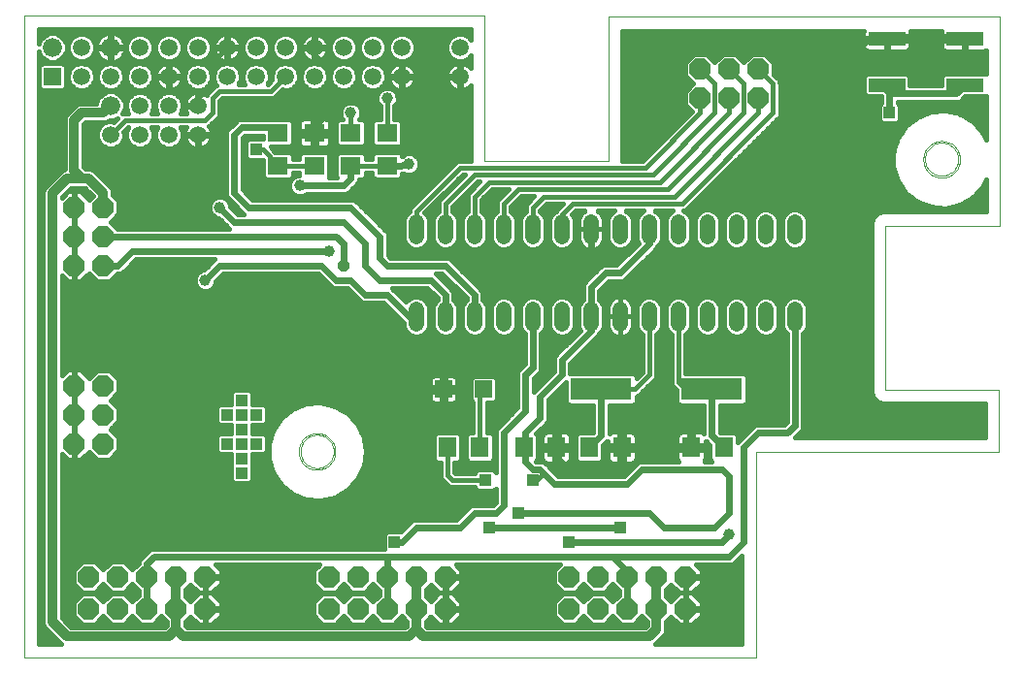
<source format=gtl>
G75*
G70*
%OFA0B0*%
%FSLAX24Y24*%
%IPPOS*%
%LPD*%
%AMOC8*
5,1,8,0,0,1.08239X$1,22.5*
%
%ADD10R,0.0594X0.0594*%
%ADD11C,0.0660*%
%ADD12C,0.0594*%
%ADD13C,0.0000*%
%ADD14OC8,0.0740*%
%ADD15C,0.0520*%
%ADD16R,0.2100X0.0760*%
%ADD17R,0.0630X0.0710*%
%ADD18R,0.0710X0.0630*%
%ADD19R,0.1260X0.0472*%
%ADD20R,0.0591X0.0591*%
%ADD21C,0.0160*%
%ADD22C,0.0320*%
%ADD23C,0.0240*%
%ADD24R,0.0396X0.0396*%
%ADD25C,0.0396*%
%ADD26OC8,0.0396*%
D10*
X006960Y020930D03*
D11*
X006960Y021930D03*
X008960Y021930D03*
X008960Y019930D03*
D12*
X009960Y019930D03*
X010960Y019930D03*
X010960Y018930D03*
X009960Y018930D03*
X008960Y018930D03*
X008960Y020930D03*
X009960Y020930D03*
X010960Y020930D03*
X011960Y020930D03*
X012960Y020930D03*
X013960Y020930D03*
X014960Y020930D03*
X015960Y020930D03*
X016960Y020930D03*
X017960Y020930D03*
X018960Y020930D03*
X018960Y021930D03*
X017960Y021930D03*
X016960Y021930D03*
X015960Y021930D03*
X014960Y021930D03*
X013960Y021930D03*
X012960Y021930D03*
X011960Y021930D03*
X010960Y021930D03*
X009960Y021930D03*
X007960Y021930D03*
X007960Y020930D03*
X011960Y019930D03*
X011960Y018930D03*
X020960Y020930D03*
X020960Y021930D03*
D13*
X006010Y023030D02*
X006000Y000950D01*
X006001Y000950D02*
X031120Y000948D01*
X031120Y000950D02*
X031120Y008040D01*
X039460Y008040D01*
X039460Y010170D01*
X035560Y010170D01*
X035560Y015810D01*
X039500Y015810D01*
X039500Y022990D01*
X026060Y022980D01*
X026060Y018030D01*
X021810Y018030D01*
X021810Y023030D01*
X006010Y023030D01*
X015484Y008048D02*
X015486Y008095D01*
X015492Y008142D01*
X015501Y008188D01*
X015515Y008233D01*
X015532Y008277D01*
X015553Y008320D01*
X015577Y008360D01*
X015604Y008399D01*
X015635Y008435D01*
X015668Y008468D01*
X015704Y008499D01*
X015743Y008526D01*
X015783Y008550D01*
X015826Y008571D01*
X015870Y008588D01*
X015915Y008602D01*
X015961Y008611D01*
X016008Y008617D01*
X016055Y008619D01*
X016102Y008617D01*
X016149Y008611D01*
X016195Y008602D01*
X016240Y008588D01*
X016284Y008571D01*
X016327Y008550D01*
X016367Y008526D01*
X016406Y008499D01*
X016442Y008468D01*
X016475Y008435D01*
X016506Y008399D01*
X016533Y008360D01*
X016557Y008320D01*
X016578Y008277D01*
X016595Y008233D01*
X016609Y008188D01*
X016618Y008142D01*
X016624Y008095D01*
X016626Y008048D01*
X016624Y008001D01*
X016618Y007954D01*
X016609Y007908D01*
X016595Y007863D01*
X016578Y007819D01*
X016557Y007776D01*
X016533Y007736D01*
X016506Y007697D01*
X016475Y007661D01*
X016442Y007628D01*
X016406Y007597D01*
X016367Y007570D01*
X016327Y007546D01*
X016284Y007525D01*
X016240Y007508D01*
X016195Y007494D01*
X016149Y007485D01*
X016102Y007479D01*
X016055Y007477D01*
X016008Y007479D01*
X015961Y007485D01*
X015915Y007494D01*
X015870Y007508D01*
X015826Y007525D01*
X015783Y007546D01*
X015743Y007570D01*
X015704Y007597D01*
X015668Y007628D01*
X015635Y007661D01*
X015604Y007697D01*
X015577Y007736D01*
X015553Y007776D01*
X015532Y007819D01*
X015515Y007863D01*
X015501Y007908D01*
X015492Y007954D01*
X015486Y008001D01*
X015484Y008048D01*
X015418Y008043D02*
X015420Y008093D01*
X015426Y008143D01*
X015436Y008192D01*
X015450Y008240D01*
X015467Y008287D01*
X015488Y008332D01*
X015513Y008376D01*
X015541Y008417D01*
X015573Y008456D01*
X015607Y008493D01*
X015644Y008527D01*
X015684Y008557D01*
X015726Y008584D01*
X015770Y008608D01*
X015816Y008629D01*
X015863Y008645D01*
X015911Y008658D01*
X015961Y008667D01*
X016010Y008672D01*
X016061Y008673D01*
X016111Y008670D01*
X016160Y008663D01*
X016209Y008652D01*
X016257Y008637D01*
X016303Y008619D01*
X016348Y008597D01*
X016391Y008571D01*
X016432Y008542D01*
X016471Y008510D01*
X016507Y008475D01*
X016539Y008437D01*
X016569Y008397D01*
X016596Y008354D01*
X016619Y008310D01*
X016638Y008264D01*
X016654Y008216D01*
X016666Y008167D01*
X016674Y008118D01*
X016678Y008068D01*
X016678Y008018D01*
X016674Y007968D01*
X016666Y007919D01*
X016654Y007870D01*
X016638Y007822D01*
X016619Y007776D01*
X016596Y007732D01*
X016569Y007689D01*
X016539Y007649D01*
X016507Y007611D01*
X016471Y007576D01*
X016432Y007544D01*
X016391Y007515D01*
X016348Y007489D01*
X016303Y007467D01*
X016257Y007449D01*
X016209Y007434D01*
X016160Y007423D01*
X016111Y007416D01*
X016061Y007413D01*
X016010Y007414D01*
X015961Y007419D01*
X015911Y007428D01*
X015863Y007441D01*
X015816Y007457D01*
X015770Y007478D01*
X015726Y007502D01*
X015684Y007529D01*
X015644Y007559D01*
X015607Y007593D01*
X015573Y007630D01*
X015541Y007669D01*
X015513Y007710D01*
X015488Y007754D01*
X015467Y007799D01*
X015450Y007846D01*
X015436Y007894D01*
X015426Y007943D01*
X015420Y007993D01*
X015418Y008043D01*
X036929Y018091D02*
X036931Y018138D01*
X036937Y018185D01*
X036946Y018231D01*
X036960Y018276D01*
X036977Y018320D01*
X036998Y018363D01*
X037022Y018403D01*
X037049Y018442D01*
X037080Y018478D01*
X037113Y018511D01*
X037149Y018542D01*
X037188Y018569D01*
X037228Y018593D01*
X037271Y018614D01*
X037315Y018631D01*
X037360Y018645D01*
X037406Y018654D01*
X037453Y018660D01*
X037500Y018662D01*
X037547Y018660D01*
X037594Y018654D01*
X037640Y018645D01*
X037685Y018631D01*
X037729Y018614D01*
X037772Y018593D01*
X037812Y018569D01*
X037851Y018542D01*
X037887Y018511D01*
X037920Y018478D01*
X037951Y018442D01*
X037978Y018403D01*
X038002Y018363D01*
X038023Y018320D01*
X038040Y018276D01*
X038054Y018231D01*
X038063Y018185D01*
X038069Y018138D01*
X038071Y018091D01*
X038069Y018044D01*
X038063Y017997D01*
X038054Y017951D01*
X038040Y017906D01*
X038023Y017862D01*
X038002Y017819D01*
X037978Y017779D01*
X037951Y017740D01*
X037920Y017704D01*
X037887Y017671D01*
X037851Y017640D01*
X037812Y017613D01*
X037772Y017589D01*
X037729Y017568D01*
X037685Y017551D01*
X037640Y017537D01*
X037594Y017528D01*
X037547Y017522D01*
X037500Y017520D01*
X037453Y017522D01*
X037406Y017528D01*
X037360Y017537D01*
X037315Y017551D01*
X037271Y017568D01*
X037228Y017589D01*
X037188Y017613D01*
X037149Y017640D01*
X037113Y017671D01*
X037080Y017704D01*
X037049Y017740D01*
X037022Y017779D01*
X036998Y017819D01*
X036977Y017862D01*
X036960Y017906D01*
X036946Y017951D01*
X036937Y017997D01*
X036931Y018044D01*
X036929Y018091D01*
X036873Y018085D02*
X036875Y018135D01*
X036881Y018185D01*
X036891Y018234D01*
X036905Y018282D01*
X036922Y018329D01*
X036943Y018374D01*
X036968Y018418D01*
X036996Y018459D01*
X037028Y018498D01*
X037062Y018535D01*
X037099Y018569D01*
X037139Y018599D01*
X037181Y018626D01*
X037225Y018650D01*
X037271Y018671D01*
X037318Y018687D01*
X037366Y018700D01*
X037416Y018709D01*
X037465Y018714D01*
X037516Y018715D01*
X037566Y018712D01*
X037615Y018705D01*
X037664Y018694D01*
X037712Y018679D01*
X037758Y018661D01*
X037803Y018639D01*
X037846Y018613D01*
X037887Y018584D01*
X037926Y018552D01*
X037962Y018517D01*
X037994Y018479D01*
X038024Y018439D01*
X038051Y018396D01*
X038074Y018352D01*
X038093Y018306D01*
X038109Y018258D01*
X038121Y018209D01*
X038129Y018160D01*
X038133Y018110D01*
X038133Y018060D01*
X038129Y018010D01*
X038121Y017961D01*
X038109Y017912D01*
X038093Y017864D01*
X038074Y017818D01*
X038051Y017774D01*
X038024Y017731D01*
X037994Y017691D01*
X037962Y017653D01*
X037926Y017618D01*
X037887Y017586D01*
X037846Y017557D01*
X037803Y017531D01*
X037758Y017509D01*
X037712Y017491D01*
X037664Y017476D01*
X037615Y017465D01*
X037566Y017458D01*
X037516Y017455D01*
X037465Y017456D01*
X037416Y017461D01*
X037366Y017470D01*
X037318Y017483D01*
X037271Y017499D01*
X037225Y017520D01*
X037181Y017544D01*
X037139Y017571D01*
X037099Y017601D01*
X037062Y017635D01*
X037028Y017672D01*
X036996Y017711D01*
X036968Y017752D01*
X036943Y017796D01*
X036922Y017841D01*
X036905Y017888D01*
X036891Y017936D01*
X036881Y017985D01*
X036875Y018035D01*
X036873Y018085D01*
D14*
X031210Y020180D03*
X030210Y020180D03*
X029210Y020180D03*
X029210Y021180D03*
X030210Y021180D03*
X031210Y021180D03*
X008710Y016430D03*
X007710Y016430D03*
X007710Y015430D03*
X008710Y015430D03*
X008710Y014430D03*
X007710Y014430D03*
X007710Y010305D03*
X008710Y010305D03*
X008710Y009305D03*
X007710Y009305D03*
X007710Y008305D03*
X008710Y008305D03*
X008210Y003730D03*
X009210Y003730D03*
X010210Y003730D03*
X011210Y003730D03*
X012210Y003730D03*
X012210Y002630D03*
X011210Y002630D03*
X010210Y002630D03*
X009210Y002630D03*
X008210Y002630D03*
X016460Y002630D03*
X017460Y002630D03*
X018460Y002630D03*
X019460Y002630D03*
X020460Y002630D03*
X020460Y003730D03*
X019460Y003730D03*
X018460Y003730D03*
X017460Y003730D03*
X016460Y003730D03*
X024710Y003730D03*
X025710Y003730D03*
X026710Y003730D03*
X027710Y003730D03*
X028710Y003730D03*
X028710Y002630D03*
X027710Y002630D03*
X026710Y002630D03*
X025710Y002630D03*
X024710Y002630D03*
D15*
X024460Y012420D02*
X024460Y012940D01*
X023460Y012940D02*
X023460Y012420D01*
X022460Y012420D02*
X022460Y012940D01*
X021460Y012940D02*
X021460Y012420D01*
X020460Y012420D02*
X020460Y012940D01*
X019460Y012940D02*
X019460Y012420D01*
X019460Y015420D02*
X019460Y015940D01*
X020460Y015940D02*
X020460Y015420D01*
X021460Y015420D02*
X021460Y015940D01*
X022460Y015940D02*
X022460Y015420D01*
X023460Y015420D02*
X023460Y015940D01*
X024460Y015940D02*
X024460Y015420D01*
X025460Y015420D02*
X025460Y015940D01*
X026460Y015940D02*
X026460Y015420D01*
X027460Y015420D02*
X027460Y015940D01*
X028460Y015940D02*
X028460Y015420D01*
X029460Y015420D02*
X029460Y015940D01*
X030460Y015940D02*
X030460Y015420D01*
X031460Y015420D02*
X031460Y015940D01*
X032460Y015940D02*
X032460Y015420D01*
X032460Y012940D02*
X032460Y012420D01*
X031460Y012420D02*
X031460Y012940D01*
X030460Y012940D02*
X030460Y012420D01*
X029460Y012420D02*
X029460Y012940D01*
X028460Y012940D02*
X028460Y012420D01*
X027460Y012420D02*
X027460Y012940D01*
X026460Y012940D02*
X026460Y012420D01*
X025460Y012420D02*
X025460Y012940D01*
D16*
X025810Y010180D03*
X029610Y010180D03*
D17*
X030020Y008180D03*
X028900Y008180D03*
X026520Y008180D03*
X025400Y008180D03*
X024270Y008180D03*
X023150Y008180D03*
X021645Y008180D03*
X020525Y008180D03*
D18*
X018460Y017870D03*
X017210Y017870D03*
X015960Y017870D03*
X014710Y017870D03*
X014710Y018990D03*
X015960Y018990D03*
X017210Y018990D03*
X018460Y018990D03*
D19*
X035622Y020643D03*
X035622Y022217D03*
X038299Y022217D03*
X038299Y020643D03*
D20*
X021774Y010180D03*
X020396Y010180D03*
D21*
X020329Y010123D02*
X013765Y010123D01*
X013725Y010163D02*
X013196Y010163D01*
X013102Y010069D01*
X013102Y009663D01*
X012696Y009663D01*
X012602Y009569D01*
X012602Y009041D01*
X012696Y008947D01*
X013102Y008947D01*
X013102Y008663D01*
X012696Y008663D01*
X012602Y008569D01*
X012602Y008041D01*
X012696Y007947D01*
X013102Y007947D01*
X013102Y007041D01*
X013196Y006947D01*
X013725Y006947D01*
X013818Y007041D01*
X013818Y007947D01*
X014225Y007947D01*
X014318Y008041D01*
X014318Y008569D01*
X014225Y008663D01*
X013818Y008663D01*
X013818Y008947D01*
X014225Y008947D01*
X014318Y009041D01*
X014318Y009569D01*
X014225Y009663D01*
X013818Y009663D01*
X013818Y010069D01*
X013725Y010163D01*
X013818Y009965D02*
X019921Y009965D01*
X019921Y009861D02*
X019933Y009815D01*
X019957Y009774D01*
X019990Y009741D01*
X020032Y009717D01*
X020077Y009705D01*
X020329Y009705D01*
X020329Y010112D01*
X020464Y010112D01*
X020464Y009705D01*
X020715Y009705D01*
X020761Y009717D01*
X020802Y009741D01*
X020836Y009774D01*
X020859Y009815D01*
X020872Y009861D01*
X020872Y010112D01*
X020464Y010112D01*
X020464Y010248D01*
X020329Y010248D01*
X020329Y010655D01*
X020077Y010655D01*
X020032Y010643D01*
X019990Y010619D01*
X019957Y010586D01*
X019933Y010545D01*
X019921Y010499D01*
X019921Y010248D01*
X020329Y010248D01*
X020329Y010112D01*
X019921Y010112D01*
X019921Y009861D01*
X019939Y009806D02*
X013818Y009806D01*
X014240Y009648D02*
X015590Y009648D01*
X015674Y009680D02*
X015208Y009497D01*
X014816Y009185D01*
X014534Y008771D01*
X014387Y008293D01*
X014387Y007792D01*
X014534Y007314D01*
X014534Y007314D01*
X014816Y006900D01*
X014816Y006900D01*
X014816Y006900D01*
X015208Y006588D01*
X015674Y006405D01*
X016173Y006367D01*
X016173Y006367D01*
X016662Y006479D01*
X017095Y006729D01*
X017095Y006729D01*
X017436Y007096D01*
X017653Y007547D01*
X017728Y008042D01*
X017653Y008538D01*
X020050Y008538D01*
X020050Y008601D02*
X020050Y007759D01*
X020144Y007665D01*
X020285Y007665D01*
X020285Y007192D01*
X020322Y007104D01*
X020389Y007036D01*
X020507Y006919D01*
X020574Y006852D01*
X020662Y006815D01*
X021477Y006815D01*
X021477Y006791D01*
X021571Y006697D01*
X022100Y006697D01*
X022180Y006778D01*
X022180Y006296D01*
X022094Y006210D01*
X021405Y006210D01*
X021302Y006167D01*
X021223Y006089D01*
X020844Y005710D01*
X019405Y005710D01*
X019302Y005667D01*
X019223Y005589D01*
X018922Y005288D01*
X018446Y005288D01*
X018352Y005194D01*
X018352Y004710D01*
X010405Y004710D01*
X010302Y004667D01*
X010223Y004589D01*
X009973Y004339D01*
X009930Y004236D01*
X009930Y004200D01*
X009710Y003980D01*
X009430Y004260D01*
X008991Y004260D01*
X008710Y003980D01*
X008430Y004260D01*
X007991Y004260D01*
X007680Y003950D01*
X007680Y003510D01*
X007991Y003200D01*
X008430Y003200D01*
X008710Y003480D01*
X008991Y003200D01*
X009430Y003200D01*
X009710Y003480D01*
X009930Y003260D01*
X009930Y003100D01*
X009710Y002880D01*
X009430Y003160D01*
X008991Y003160D01*
X008710Y002880D01*
X008430Y003160D01*
X007991Y003160D01*
X007680Y002850D01*
X007680Y002410D01*
X007991Y002100D01*
X008430Y002100D01*
X008710Y002380D01*
X008991Y002100D01*
X009430Y002100D01*
X009710Y002380D01*
X009991Y002100D01*
X010430Y002100D01*
X010710Y002380D01*
X010890Y002200D01*
X010890Y002063D01*
X010828Y002000D01*
X007593Y002000D01*
X007280Y002313D01*
X007280Y007957D01*
X007482Y007755D01*
X007690Y007755D01*
X007690Y008285D01*
X007730Y008285D01*
X007730Y007755D01*
X007938Y007755D01*
X008224Y008041D01*
X008491Y007775D01*
X008930Y007775D01*
X009240Y008085D01*
X009240Y008525D01*
X008960Y008805D01*
X009240Y009085D01*
X009240Y009525D01*
X008960Y009805D01*
X009240Y010085D01*
X009240Y010525D01*
X008930Y010835D01*
X008491Y010835D01*
X008224Y010569D01*
X007938Y010855D01*
X007730Y010855D01*
X007730Y010325D01*
X007690Y010325D01*
X007690Y010855D01*
X007482Y010855D01*
X007280Y010653D01*
X007280Y014082D01*
X007482Y013880D01*
X007690Y013880D01*
X007690Y014410D01*
X007730Y014410D01*
X007730Y013880D01*
X007938Y013880D01*
X008224Y014166D01*
X008491Y013900D01*
X008930Y013900D01*
X009180Y014150D01*
X009266Y014150D01*
X009369Y014193D01*
X009448Y014271D01*
X009826Y014650D01*
X012534Y014650D01*
X012172Y014288D01*
X012139Y014288D01*
X012007Y014234D01*
X011907Y014133D01*
X011852Y014001D01*
X011852Y013859D01*
X011907Y013727D01*
X012007Y013626D01*
X012139Y013572D01*
X012281Y013572D01*
X012413Y013626D01*
X012514Y013727D01*
X012568Y013859D01*
X012568Y013892D01*
X012826Y014150D01*
X016094Y014150D01*
X016552Y013693D01*
X016655Y013650D01*
X017094Y013650D01*
X017552Y013193D01*
X017655Y013150D01*
X018344Y013150D01*
X019040Y012454D01*
X019040Y012336D01*
X019104Y012182D01*
X019222Y012064D01*
X019377Y012000D01*
X019544Y012000D01*
X019698Y012064D01*
X019816Y012182D01*
X019880Y012336D01*
X019880Y013024D01*
X019816Y013178D01*
X019698Y013296D01*
X019544Y013360D01*
X019377Y013360D01*
X019222Y013296D01*
X019106Y013180D01*
X018698Y013589D01*
X018636Y013650D01*
X019844Y013650D01*
X020180Y013314D01*
X020180Y013254D01*
X020104Y013178D01*
X020040Y013024D01*
X020040Y012336D01*
X020104Y012182D01*
X020222Y012064D01*
X020377Y012000D01*
X020544Y012000D01*
X020698Y012064D01*
X020816Y012182D01*
X020880Y012336D01*
X020880Y013024D01*
X020816Y013178D01*
X020740Y013254D01*
X020740Y013486D01*
X020698Y013589D01*
X020198Y014089D01*
X020136Y014150D01*
X020344Y014150D01*
X021180Y013314D01*
X021180Y013254D01*
X021104Y013178D01*
X021040Y013024D01*
X021040Y012336D01*
X021104Y012182D01*
X021222Y012064D01*
X021377Y012000D01*
X021544Y012000D01*
X021698Y012064D01*
X021816Y012182D01*
X021880Y012336D01*
X021880Y013024D01*
X021816Y013178D01*
X021740Y013254D01*
X021740Y013486D01*
X021698Y013589D01*
X020698Y014589D01*
X020619Y014667D01*
X020516Y014710D01*
X018576Y014710D01*
X018490Y014796D01*
X018490Y015486D01*
X018448Y015589D01*
X017448Y016589D01*
X017369Y016667D01*
X017266Y016710D01*
X013826Y016710D01*
X013490Y017046D01*
X013490Y018814D01*
X013576Y018900D01*
X014195Y018900D01*
X014195Y018788D01*
X013696Y018788D01*
X013602Y018694D01*
X013602Y018166D01*
X013696Y018072D01*
X014195Y018072D01*
X014195Y017489D01*
X014289Y017395D01*
X015131Y017395D01*
X015225Y017489D01*
X015225Y017630D01*
X015445Y017630D01*
X015445Y017538D01*
X015389Y017538D01*
X015257Y017484D01*
X015157Y017383D01*
X015102Y017251D01*
X015102Y017109D01*
X015157Y016977D01*
X015257Y016876D01*
X015389Y016822D01*
X015531Y016822D01*
X015663Y016876D01*
X015687Y016900D01*
X017016Y016900D01*
X017119Y016943D01*
X017448Y017271D01*
X017490Y017374D01*
X017490Y017395D01*
X017631Y017395D01*
X017725Y017489D01*
X017725Y017630D01*
X017945Y017630D01*
X017945Y017489D01*
X018039Y017395D01*
X018881Y017395D01*
X018975Y017489D01*
X018975Y017598D01*
X018981Y017601D01*
X019042Y017612D01*
X019139Y017572D01*
X019281Y017572D01*
X019413Y017626D01*
X019514Y017727D01*
X019568Y017859D01*
X019568Y018001D01*
X019514Y018133D01*
X019413Y018234D01*
X019281Y018288D01*
X019139Y018288D01*
X019007Y018234D01*
X018975Y018201D01*
X018975Y018251D01*
X018881Y018345D01*
X018039Y018345D01*
X017945Y018251D01*
X017945Y018110D01*
X017725Y018110D01*
X017725Y018251D01*
X017631Y018345D01*
X016789Y018345D01*
X016695Y018251D01*
X016695Y017489D01*
X016724Y017460D01*
X016446Y017460D01*
X016475Y017489D01*
X016475Y018251D01*
X016381Y018345D01*
X015539Y018345D01*
X015445Y018251D01*
X015445Y018110D01*
X015225Y018110D01*
X015225Y018251D01*
X015131Y018345D01*
X014605Y018345D01*
X014455Y018515D01*
X015131Y018515D01*
X015225Y018609D01*
X015225Y019371D01*
X015131Y019465D01*
X014289Y019465D01*
X014284Y019460D01*
X013405Y019460D01*
X013302Y019417D01*
X013223Y019339D01*
X012973Y019089D01*
X012930Y018986D01*
X012930Y016874D01*
X012973Y016771D01*
X013052Y016693D01*
X013534Y016210D01*
X013326Y016210D01*
X013068Y016468D01*
X013068Y016501D01*
X013014Y016633D01*
X012913Y016734D01*
X012781Y016788D01*
X012639Y016788D01*
X012507Y016734D01*
X012407Y016633D01*
X012352Y016501D01*
X012352Y016359D01*
X012407Y016227D01*
X012507Y016126D01*
X012639Y016072D01*
X012672Y016072D01*
X013034Y015710D01*
X009180Y015710D01*
X008960Y015930D01*
X009240Y016210D01*
X009240Y016650D01*
X009030Y016860D01*
X009030Y016994D01*
X008982Y017111D01*
X008392Y017701D01*
X008274Y017750D01*
X008093Y017750D01*
X008030Y017813D01*
X008030Y019297D01*
X008093Y019360D01*
X008774Y019360D01*
X008892Y019409D01*
X008923Y019440D01*
X009058Y019440D01*
X009183Y019492D01*
X009070Y019379D01*
X009051Y019387D01*
X008869Y019387D01*
X008701Y019317D01*
X008573Y019189D01*
X008503Y019021D01*
X008503Y018839D01*
X008573Y018671D01*
X008701Y018543D01*
X008869Y018473D01*
X009051Y018473D01*
X009219Y018543D01*
X009348Y018671D01*
X009417Y018839D01*
X009417Y019021D01*
X009409Y019040D01*
X009560Y019190D01*
X009574Y019190D01*
X009573Y019189D01*
X009503Y019021D01*
X009503Y018839D01*
X009573Y018671D01*
X009701Y018543D01*
X009869Y018473D01*
X010051Y018473D01*
X010219Y018543D01*
X010348Y018671D01*
X010417Y018839D01*
X010417Y019021D01*
X010348Y019189D01*
X010346Y019190D01*
X010574Y019190D01*
X010573Y019189D01*
X010503Y019021D01*
X010503Y018839D01*
X010573Y018671D01*
X010701Y018543D01*
X010869Y018473D01*
X011051Y018473D01*
X011219Y018543D01*
X011348Y018671D01*
X011417Y018839D01*
X011417Y019021D01*
X011348Y019189D01*
X011346Y019190D01*
X011560Y019190D01*
X011552Y019180D01*
X011518Y019113D01*
X011495Y019042D01*
X011483Y018968D01*
X011483Y018948D01*
X011942Y018948D01*
X011942Y018912D01*
X011483Y018912D01*
X011483Y018892D01*
X011495Y018818D01*
X011518Y018747D01*
X011552Y018680D01*
X011597Y018619D01*
X011650Y018566D01*
X011710Y018522D01*
X011777Y018488D01*
X011849Y018465D01*
X011923Y018453D01*
X011942Y018453D01*
X011942Y018912D01*
X011979Y018912D01*
X011979Y018948D01*
X012437Y018948D01*
X012437Y018968D01*
X012425Y019042D01*
X012402Y019113D01*
X012368Y019180D01*
X012337Y019223D01*
X012346Y019227D01*
X012596Y019477D01*
X012664Y019544D01*
X012700Y019632D01*
X012700Y020081D01*
X012810Y020190D01*
X014508Y020190D01*
X014596Y020227D01*
X014851Y020481D01*
X014869Y020473D01*
X015051Y020473D01*
X015219Y020543D01*
X015348Y020671D01*
X015417Y020839D01*
X015417Y021021D01*
X015348Y021189D01*
X015219Y021317D01*
X015051Y021387D01*
X014869Y021387D01*
X014701Y021317D01*
X014573Y021189D01*
X014503Y021021D01*
X014503Y020839D01*
X014511Y020820D01*
X014361Y020670D01*
X014346Y020670D01*
X014348Y020671D01*
X014417Y020839D01*
X014417Y021021D01*
X014348Y021189D01*
X014219Y021317D01*
X014051Y021387D01*
X013869Y021387D01*
X013701Y021317D01*
X013573Y021189D01*
X013503Y021021D01*
X013503Y020839D01*
X013573Y020671D01*
X013574Y020670D01*
X013346Y020670D01*
X013348Y020671D01*
X013417Y020839D01*
X013417Y021021D01*
X013348Y021189D01*
X013219Y021317D01*
X013051Y021387D01*
X012869Y021387D01*
X012701Y021317D01*
X012573Y021189D01*
X012503Y021021D01*
X012503Y020839D01*
X012573Y020671D01*
X012600Y020644D01*
X012574Y020633D01*
X012507Y020566D01*
X012257Y020316D01*
X012253Y020307D01*
X012210Y020338D01*
X012143Y020372D01*
X012072Y020395D01*
X011998Y020407D01*
X011979Y020407D01*
X011979Y019948D01*
X011942Y019948D01*
X011942Y019912D01*
X011483Y019912D01*
X011483Y019892D01*
X011495Y019818D01*
X011518Y019747D01*
X011552Y019680D01*
X011560Y019670D01*
X011346Y019670D01*
X011348Y019671D01*
X011417Y019839D01*
X011417Y020021D01*
X011348Y020189D01*
X011219Y020317D01*
X011051Y020387D01*
X010869Y020387D01*
X010701Y020317D01*
X010573Y020189D01*
X010503Y020021D01*
X010503Y019839D01*
X010573Y019671D01*
X010574Y019670D01*
X010346Y019670D01*
X010348Y019671D01*
X010417Y019839D01*
X010417Y020021D01*
X010348Y020189D01*
X010219Y020317D01*
X010051Y020387D01*
X009869Y020387D01*
X009701Y020317D01*
X009573Y020189D01*
X009503Y020021D01*
X009503Y019839D01*
X009573Y019671D01*
X009574Y019670D01*
X009412Y019670D01*
X009377Y019655D01*
X009450Y019833D01*
X009450Y020027D01*
X009376Y020208D01*
X009238Y020345D01*
X009058Y020420D01*
X008863Y020420D01*
X008683Y020345D01*
X008545Y020208D01*
X008470Y020027D01*
X008470Y020000D01*
X007897Y020000D01*
X007779Y019951D01*
X007689Y019861D01*
X007439Y019611D01*
X007390Y019494D01*
X007390Y017747D01*
X007279Y017701D01*
X006779Y017201D01*
X006689Y017111D01*
X006640Y016994D01*
X006640Y002116D01*
X006689Y001999D01*
X007189Y001499D01*
X007258Y001430D01*
X006480Y001430D01*
X006490Y021786D01*
X006545Y021652D01*
X006683Y021515D01*
X006863Y021440D01*
X007058Y021440D01*
X007238Y021515D01*
X007376Y021652D01*
X007450Y021833D01*
X007450Y022027D01*
X007376Y022208D01*
X007238Y022345D01*
X007058Y022420D01*
X006863Y022420D01*
X006683Y022345D01*
X006545Y022208D01*
X006490Y022075D01*
X006490Y022550D01*
X021330Y022550D01*
X021330Y022206D01*
X021219Y022317D01*
X021051Y022387D01*
X020869Y022387D01*
X020701Y022317D01*
X020573Y022189D01*
X020503Y022021D01*
X020503Y021839D01*
X020573Y021671D01*
X020701Y021543D01*
X020869Y021473D01*
X021051Y021473D01*
X021219Y021543D01*
X021330Y021654D01*
X021330Y021232D01*
X021324Y021241D01*
X021271Y021294D01*
X021210Y021338D01*
X021143Y021372D01*
X021072Y021395D01*
X020998Y021407D01*
X020979Y021407D01*
X020979Y020948D01*
X020942Y020948D01*
X020942Y020912D01*
X020483Y020912D01*
X020483Y020892D01*
X020495Y020818D01*
X020518Y020747D01*
X020552Y020680D01*
X020597Y020619D01*
X020650Y020566D01*
X020710Y020522D01*
X020777Y020488D01*
X020849Y020465D01*
X020923Y020453D01*
X020942Y020453D01*
X020942Y020912D01*
X020979Y020912D01*
X020979Y020453D01*
X020998Y020453D01*
X021072Y020465D01*
X021143Y020488D01*
X021210Y020522D01*
X021271Y020566D01*
X021324Y020619D01*
X021330Y020628D01*
X021330Y018045D01*
X020912Y018045D01*
X020824Y018008D01*
X020757Y017941D01*
X019257Y016441D01*
X019220Y016353D01*
X019220Y016294D01*
X019104Y016178D01*
X019040Y016024D01*
X019040Y015336D01*
X019104Y015182D01*
X019222Y015064D01*
X019377Y015000D01*
X019544Y015000D01*
X019698Y015064D01*
X019816Y015182D01*
X019880Y015336D01*
X019880Y016024D01*
X019816Y016178D01*
X019744Y016250D01*
X021060Y017565D01*
X021131Y017565D01*
X020257Y016691D01*
X020220Y016603D01*
X020220Y016294D01*
X020104Y016178D01*
X020040Y016024D01*
X020040Y015336D01*
X020104Y015182D01*
X020222Y015064D01*
X020377Y015000D01*
X020544Y015000D01*
X020698Y015064D01*
X020816Y015182D01*
X020880Y015336D01*
X020880Y016024D01*
X020816Y016178D01*
X020700Y016294D01*
X020700Y016456D01*
X021560Y017315D01*
X021631Y017315D01*
X021257Y016941D01*
X021220Y016853D01*
X021220Y016294D01*
X021104Y016178D01*
X021040Y016024D01*
X021040Y015336D01*
X021104Y015182D01*
X021222Y015064D01*
X021377Y015000D01*
X021544Y015000D01*
X021698Y015064D01*
X021816Y015182D01*
X021880Y015336D01*
X021880Y016024D01*
X021816Y016178D01*
X021700Y016294D01*
X021700Y016706D01*
X022060Y017065D01*
X022631Y017065D01*
X022257Y016691D01*
X022220Y016603D01*
X022220Y016294D01*
X022104Y016178D01*
X022040Y016024D01*
X022040Y015336D01*
X022104Y015182D01*
X022222Y015064D01*
X022377Y015000D01*
X022544Y015000D01*
X022698Y015064D01*
X022816Y015182D01*
X022880Y015336D01*
X022880Y016024D01*
X022816Y016178D01*
X022700Y016294D01*
X022700Y016456D01*
X023060Y016815D01*
X023506Y016815D01*
X023257Y016566D01*
X023220Y016478D01*
X023220Y016294D01*
X023104Y016178D01*
X023040Y016024D01*
X023040Y015336D01*
X023104Y015182D01*
X023222Y015064D01*
X023377Y015000D01*
X023544Y015000D01*
X023698Y015064D01*
X023816Y015182D01*
X023880Y015336D01*
X023880Y016024D01*
X023816Y016178D01*
X023700Y016294D01*
X023700Y016331D01*
X023935Y016565D01*
X024506Y016565D01*
X024257Y016316D01*
X024254Y016309D01*
X024222Y016296D01*
X024104Y016178D01*
X024040Y016024D01*
X024040Y015336D01*
X024104Y015182D01*
X024222Y015064D01*
X024377Y015000D01*
X024544Y015000D01*
X024698Y015064D01*
X024816Y015182D01*
X024880Y015336D01*
X024880Y016024D01*
X024816Y016178D01*
X024807Y016187D01*
X024935Y016315D01*
X025228Y016315D01*
X025174Y016276D01*
X025125Y016227D01*
X025084Y016171D01*
X025052Y016109D01*
X025031Y016043D01*
X025020Y015975D01*
X025020Y015680D01*
X025020Y015385D01*
X025031Y015317D01*
X025052Y015251D01*
X025084Y015189D01*
X025125Y015133D01*
X025174Y015084D01*
X025230Y015044D01*
X025291Y015012D01*
X025357Y014991D01*
X025426Y014980D01*
X025460Y014980D01*
X025460Y015680D01*
X025020Y015680D01*
X025460Y015680D01*
X025460Y015680D01*
X025460Y015680D01*
X025460Y014980D01*
X025495Y014980D01*
X025563Y014991D01*
X025629Y015012D01*
X025691Y015044D01*
X025747Y015084D01*
X025796Y015133D01*
X025837Y015189D01*
X025868Y015251D01*
X025889Y015317D01*
X025900Y015385D01*
X025900Y015680D01*
X025900Y015975D01*
X025889Y016043D01*
X025868Y016109D01*
X025837Y016171D01*
X025796Y016227D01*
X025747Y016276D01*
X025693Y016315D01*
X026268Y016315D01*
X026222Y016296D01*
X026104Y016178D01*
X026040Y016024D01*
X026040Y015336D01*
X026104Y015182D01*
X026222Y015064D01*
X026377Y015000D01*
X026544Y015000D01*
X026698Y015064D01*
X026816Y015182D01*
X026880Y015336D01*
X026880Y016024D01*
X026816Y016178D01*
X026698Y016296D01*
X026652Y016315D01*
X027268Y016315D01*
X027222Y016296D01*
X027104Y016178D01*
X027040Y016024D01*
X027040Y015336D01*
X027093Y015209D01*
X026344Y014460D01*
X025905Y014460D01*
X025802Y014417D01*
X025302Y013917D01*
X025223Y013839D01*
X025180Y013736D01*
X025180Y013254D01*
X025104Y013178D01*
X025040Y013024D01*
X025040Y012336D01*
X025093Y012209D01*
X024302Y011417D01*
X024223Y011339D01*
X024180Y011236D01*
X024180Y010796D01*
X023552Y010167D01*
X023490Y010106D01*
X023490Y010564D01*
X023619Y010693D01*
X023698Y010771D01*
X023740Y010874D01*
X023740Y012106D01*
X023816Y012182D01*
X023880Y012336D01*
X023880Y013024D01*
X023816Y013178D01*
X023698Y013296D01*
X023544Y013360D01*
X023377Y013360D01*
X023222Y013296D01*
X023104Y013178D01*
X023040Y013024D01*
X023040Y012336D01*
X023104Y012182D01*
X023180Y012106D01*
X023180Y011046D01*
X022973Y010839D01*
X022930Y010736D01*
X022930Y009546D01*
X022223Y008839D01*
X022180Y008736D01*
X022180Y007332D01*
X022100Y007413D01*
X021571Y007413D01*
X021477Y007319D01*
X021477Y007295D01*
X020810Y007295D01*
X020765Y007339D01*
X020765Y007665D01*
X020907Y007665D01*
X021000Y007759D01*
X021000Y008601D01*
X020907Y008695D01*
X020144Y008695D01*
X020050Y008601D01*
X020050Y008380D02*
X017677Y008380D01*
X017653Y008538D02*
X017653Y008538D01*
X017436Y008989D01*
X017095Y009356D01*
X016662Y009606D01*
X016662Y009606D01*
X016173Y009718D01*
X015674Y009680D01*
X015674Y009680D01*
X016173Y009718D02*
X016173Y009718D01*
X016481Y009648D02*
X021405Y009648D01*
X021405Y009732D02*
X021405Y008695D01*
X021264Y008695D01*
X021170Y008601D01*
X021170Y007759D01*
X021264Y007665D01*
X022026Y007665D01*
X022120Y007759D01*
X022120Y008601D01*
X022026Y008695D01*
X021885Y008695D01*
X021885Y009725D01*
X022136Y009725D01*
X022229Y009818D01*
X022229Y010542D01*
X022136Y010635D01*
X021413Y010635D01*
X021319Y010542D01*
X021319Y009818D01*
X021405Y009732D01*
X021331Y009806D02*
X020854Y009806D01*
X020872Y009965D02*
X021319Y009965D01*
X021319Y010123D02*
X020464Y010123D01*
X020464Y010248D02*
X020872Y010248D01*
X020872Y010499D01*
X020859Y010545D01*
X020836Y010586D01*
X020802Y010619D01*
X020761Y010643D01*
X020715Y010655D01*
X020464Y010655D01*
X020464Y010248D01*
X020464Y010282D02*
X020329Y010282D01*
X020329Y010440D02*
X020464Y010440D01*
X020464Y010599D02*
X020329Y010599D01*
X019970Y010599D02*
X009166Y010599D01*
X009240Y010440D02*
X019921Y010440D01*
X019921Y010282D02*
X009240Y010282D01*
X009240Y010123D02*
X013156Y010123D01*
X013102Y009965D02*
X009119Y009965D01*
X008961Y009806D02*
X013102Y009806D01*
X012680Y009648D02*
X009117Y009648D01*
X009240Y009489D02*
X012602Y009489D01*
X012602Y009331D02*
X009240Y009331D01*
X009240Y009172D02*
X012602Y009172D01*
X012629Y009014D02*
X009168Y009014D01*
X009010Y008855D02*
X013102Y008855D01*
X013102Y008697D02*
X009068Y008697D01*
X009227Y008538D02*
X012602Y008538D01*
X012602Y008380D02*
X009240Y008380D01*
X009240Y008221D02*
X012602Y008221D01*
X012602Y008063D02*
X009217Y008063D01*
X009059Y007904D02*
X013102Y007904D01*
X013102Y007746D02*
X007280Y007746D01*
X007280Y007904D02*
X007333Y007904D01*
X007280Y007587D02*
X013102Y007587D01*
X013102Y007429D02*
X007280Y007429D01*
X007280Y007270D02*
X013102Y007270D01*
X013102Y007112D02*
X007280Y007112D01*
X007280Y006953D02*
X013190Y006953D01*
X013731Y006953D02*
X014780Y006953D01*
X014672Y007112D02*
X013818Y007112D01*
X013818Y007270D02*
X014564Y007270D01*
X014499Y007429D02*
X013818Y007429D01*
X013818Y007587D02*
X014450Y007587D01*
X014401Y007746D02*
X013818Y007746D01*
X013818Y007904D02*
X014387Y007904D01*
X014387Y008063D02*
X014318Y008063D01*
X014318Y008221D02*
X014387Y008221D01*
X014413Y008380D02*
X014318Y008380D01*
X014318Y008538D02*
X014462Y008538D01*
X014511Y008697D02*
X013818Y008697D01*
X013818Y008855D02*
X014591Y008855D01*
X014534Y008771D02*
X014534Y008771D01*
X014699Y009014D02*
X014291Y009014D01*
X014318Y009172D02*
X014807Y009172D01*
X014816Y009185D02*
X014816Y009185D01*
X014998Y009331D02*
X014318Y009331D01*
X014318Y009489D02*
X015197Y009489D01*
X015208Y009497D02*
X015208Y009497D01*
X016865Y009489D02*
X021405Y009489D01*
X021405Y009331D02*
X017119Y009331D01*
X017095Y009356D02*
X017095Y009356D01*
X017266Y009172D02*
X021405Y009172D01*
X021405Y009014D02*
X017413Y009014D01*
X017436Y008989D02*
X017436Y008989D01*
X017500Y008855D02*
X021405Y008855D01*
X021405Y008697D02*
X017577Y008697D01*
X017701Y008221D02*
X020050Y008221D01*
X020050Y008063D02*
X017725Y008063D01*
X017728Y008042D02*
X017728Y008042D01*
X017707Y007904D02*
X020050Y007904D01*
X020064Y007746D02*
X017683Y007746D01*
X017659Y007587D02*
X020285Y007587D01*
X020285Y007429D02*
X017596Y007429D01*
X017520Y007270D02*
X020285Y007270D01*
X020319Y007112D02*
X017443Y007112D01*
X017303Y006953D02*
X020473Y006953D01*
X020507Y006919D02*
X020507Y006919D01*
X020389Y007036D02*
X020389Y007036D01*
X020525Y007240D02*
X020710Y007055D01*
X021835Y007055D01*
X021477Y006795D02*
X017156Y006795D01*
X017095Y006729D02*
X017095Y006729D01*
X016934Y006636D02*
X022180Y006636D01*
X022180Y006478D02*
X016657Y006478D01*
X016662Y006479D02*
X016662Y006479D01*
X015674Y006405D02*
X015674Y006405D01*
X015488Y006478D02*
X007280Y006478D01*
X007280Y006636D02*
X015147Y006636D01*
X015208Y006588D02*
X015208Y006588D01*
X014948Y006795D02*
X007280Y006795D01*
X007280Y006319D02*
X022180Y006319D01*
X021295Y006161D02*
X007280Y006161D01*
X007280Y006002D02*
X021136Y006002D01*
X020978Y005844D02*
X007280Y005844D01*
X007280Y005685D02*
X019344Y005685D01*
X019161Y005527D02*
X007280Y005527D01*
X007280Y005368D02*
X019002Y005368D01*
X018367Y005210D02*
X007280Y005210D01*
X007280Y005051D02*
X018352Y005051D01*
X018352Y004893D02*
X007280Y004893D01*
X007280Y004734D02*
X018352Y004734D01*
X020440Y003710D02*
X020480Y003710D01*
X020480Y003180D01*
X020688Y003180D01*
X021010Y003502D01*
X021010Y003710D01*
X020480Y003710D01*
X020480Y003750D01*
X021010Y003750D01*
X021010Y003958D01*
X020818Y004150D01*
X024381Y004150D01*
X024180Y003950D01*
X024180Y003510D01*
X024491Y003200D01*
X024930Y003200D01*
X025210Y003480D01*
X025491Y003200D01*
X025930Y003200D01*
X026210Y003480D01*
X026430Y003260D01*
X026430Y003100D01*
X026210Y002880D01*
X025930Y003160D01*
X025491Y003160D01*
X025210Y002880D01*
X024930Y003160D01*
X024491Y003160D01*
X024180Y002850D01*
X024180Y002410D01*
X024491Y002100D01*
X024930Y002100D01*
X025210Y002380D01*
X025491Y002100D01*
X025930Y002100D01*
X026210Y002380D01*
X026491Y002100D01*
X026930Y002100D01*
X027210Y002380D01*
X027390Y002200D01*
X027390Y002063D01*
X027328Y002000D01*
X019843Y002000D01*
X019780Y002063D01*
X019780Y002200D01*
X019946Y002366D01*
X020232Y002080D01*
X020440Y002080D01*
X020440Y002610D01*
X020480Y002610D01*
X020480Y002080D01*
X020688Y002080D01*
X021010Y002402D01*
X021010Y002610D01*
X020480Y002610D01*
X020480Y002650D01*
X020440Y002650D01*
X020440Y003180D01*
X020440Y003710D01*
X020440Y003625D02*
X020480Y003625D01*
X020480Y003466D02*
X020440Y003466D01*
X020440Y003308D02*
X020480Y003308D01*
X020480Y003180D02*
X020480Y002650D01*
X021010Y002650D01*
X021010Y002858D01*
X020688Y003180D01*
X020480Y003180D01*
X020480Y003149D02*
X020440Y003149D01*
X020440Y003180D02*
X020232Y003180D01*
X019946Y003466D01*
X019946Y003466D01*
X019780Y003300D01*
X019780Y003060D01*
X019946Y002894D01*
X020232Y003180D01*
X020440Y003180D01*
X020440Y002991D02*
X020480Y002991D01*
X020480Y002832D02*
X020440Y002832D01*
X020440Y002674D02*
X020480Y002674D01*
X020480Y002515D02*
X020440Y002515D01*
X020440Y002357D02*
X020480Y002357D01*
X020480Y002198D02*
X020440Y002198D01*
X020114Y002198D02*
X019780Y002198D01*
X019803Y002040D02*
X027367Y002040D01*
X027390Y002198D02*
X027028Y002198D01*
X027186Y002357D02*
X027234Y002357D01*
X028030Y002200D02*
X028030Y001866D01*
X027982Y001749D01*
X027892Y001659D01*
X027661Y001428D01*
X030640Y001428D01*
X030640Y004464D01*
X030369Y004193D01*
X030266Y004150D01*
X029068Y004150D01*
X029260Y003958D01*
X029260Y003750D01*
X028730Y003750D01*
X028730Y003710D01*
X028730Y003180D01*
X028938Y003180D01*
X029260Y003502D01*
X029260Y003710D01*
X028730Y003710D01*
X028690Y003710D01*
X028690Y003180D01*
X028482Y003180D01*
X028196Y003466D01*
X028196Y003466D01*
X028030Y003300D01*
X028030Y003060D01*
X028196Y002894D01*
X028482Y003180D01*
X028690Y003180D01*
X028690Y002650D01*
X028730Y002650D01*
X028730Y003180D01*
X028938Y003180D01*
X029260Y002858D01*
X029260Y002650D01*
X028730Y002650D01*
X028730Y002610D01*
X028730Y002080D01*
X028938Y002080D01*
X029260Y002402D01*
X029260Y002610D01*
X028730Y002610D01*
X028690Y002610D01*
X028690Y002080D01*
X028482Y002080D01*
X028196Y002366D01*
X028030Y002200D01*
X028030Y002198D02*
X028364Y002198D01*
X028206Y002357D02*
X028186Y002357D01*
X028690Y002357D02*
X028730Y002357D01*
X028730Y002515D02*
X028690Y002515D01*
X028690Y002674D02*
X028730Y002674D01*
X028730Y002832D02*
X028690Y002832D01*
X028690Y002991D02*
X028730Y002991D01*
X028730Y003149D02*
X028690Y003149D01*
X028690Y003308D02*
X028730Y003308D01*
X028730Y003466D02*
X028690Y003466D01*
X028690Y003625D02*
X028730Y003625D01*
X029224Y003466D02*
X030640Y003466D01*
X030640Y003308D02*
X029066Y003308D01*
X028969Y003149D02*
X030640Y003149D01*
X030640Y002991D02*
X029128Y002991D01*
X029260Y002832D02*
X030640Y002832D01*
X030640Y002674D02*
X029260Y002674D01*
X029260Y002515D02*
X030640Y002515D01*
X030640Y002357D02*
X029215Y002357D01*
X029056Y002198D02*
X030640Y002198D01*
X030640Y002040D02*
X028030Y002040D01*
X028030Y001881D02*
X030640Y001881D01*
X030640Y001723D02*
X027955Y001723D01*
X027797Y001564D02*
X030640Y001564D01*
X028730Y002198D02*
X028690Y002198D01*
X028293Y002991D02*
X028099Y002991D01*
X028030Y003149D02*
X028451Y003149D01*
X028355Y003308D02*
X028037Y003308D01*
X029260Y003625D02*
X030640Y003625D01*
X030640Y003783D02*
X029260Y003783D01*
X029260Y003942D02*
X030640Y003942D01*
X030640Y004100D02*
X029118Y004100D01*
X030435Y004259D02*
X030640Y004259D01*
X030640Y004417D02*
X030593Y004417D01*
X026430Y003149D02*
X025941Y003149D01*
X026037Y003308D02*
X026383Y003308D01*
X026225Y003466D02*
X026196Y003466D01*
X026099Y002991D02*
X026321Y002991D01*
X026234Y002357D02*
X026186Y002357D01*
X026028Y002198D02*
X026393Y002198D01*
X025393Y002198D02*
X025028Y002198D01*
X025186Y002357D02*
X025234Y002357D01*
X025321Y002991D02*
X025099Y002991D01*
X024941Y003149D02*
X025480Y003149D01*
X025383Y003308D02*
X025037Y003308D01*
X025196Y003466D02*
X025225Y003466D01*
X024480Y003149D02*
X020719Y003149D01*
X020816Y003308D02*
X024383Y003308D01*
X024225Y003466D02*
X020974Y003466D01*
X021010Y003625D02*
X024180Y003625D01*
X024180Y003783D02*
X021010Y003783D01*
X021010Y003942D02*
X024180Y003942D01*
X024331Y004100D02*
X020868Y004100D01*
X020105Y003308D02*
X019787Y003308D01*
X019780Y003149D02*
X020201Y003149D01*
X020043Y002991D02*
X019849Y002991D01*
X019936Y002357D02*
X019956Y002357D01*
X019140Y002200D02*
X019140Y002063D01*
X019078Y002000D01*
X011593Y002000D01*
X011530Y002063D01*
X011530Y002200D01*
X011696Y002366D01*
X011982Y002080D01*
X012190Y002080D01*
X012190Y002610D01*
X012230Y002610D01*
X012230Y002080D01*
X012438Y002080D01*
X012760Y002402D01*
X012760Y002610D01*
X012230Y002610D01*
X012230Y002650D01*
X012190Y002650D01*
X012190Y003180D01*
X012190Y003710D01*
X012230Y003710D01*
X012230Y003180D01*
X012438Y003180D01*
X012760Y003502D01*
X012760Y003710D01*
X012230Y003710D01*
X012230Y003750D01*
X012760Y003750D01*
X012760Y003958D01*
X012568Y004150D01*
X016131Y004150D01*
X015930Y003950D01*
X015930Y003510D01*
X016241Y003200D01*
X016680Y003200D01*
X016960Y003480D01*
X017241Y003200D01*
X017680Y003200D01*
X017960Y003480D01*
X018180Y003260D01*
X018180Y003100D01*
X017960Y002880D01*
X017680Y003160D01*
X017241Y003160D01*
X016960Y002880D01*
X016680Y003160D01*
X016241Y003160D01*
X015930Y002850D01*
X015930Y002410D01*
X016241Y002100D01*
X016680Y002100D01*
X016960Y002380D01*
X017241Y002100D01*
X017680Y002100D01*
X017960Y002380D01*
X018241Y002100D01*
X018680Y002100D01*
X018960Y002380D01*
X019140Y002200D01*
X019140Y002198D02*
X018778Y002198D01*
X018936Y002357D02*
X018984Y002357D01*
X019117Y002040D02*
X011553Y002040D01*
X011530Y002198D02*
X011864Y002198D01*
X011706Y002357D02*
X011686Y002357D01*
X012190Y002357D02*
X012230Y002357D01*
X012230Y002515D02*
X012190Y002515D01*
X012230Y002650D02*
X012760Y002650D01*
X012760Y002858D01*
X012438Y003180D01*
X012230Y003180D01*
X012230Y002650D01*
X012230Y002674D02*
X012190Y002674D01*
X012190Y002832D02*
X012230Y002832D01*
X012230Y002991D02*
X012190Y002991D01*
X012190Y003149D02*
X012230Y003149D01*
X012190Y003180D02*
X011982Y003180D01*
X011696Y003466D01*
X011696Y003466D01*
X011530Y003300D01*
X011530Y003060D01*
X011696Y002894D01*
X011982Y003180D01*
X012190Y003180D01*
X012190Y003308D02*
X012230Y003308D01*
X012230Y003466D02*
X012190Y003466D01*
X012190Y003625D02*
X012230Y003625D01*
X012724Y003466D02*
X015975Y003466D01*
X015930Y003625D02*
X012760Y003625D01*
X012760Y003783D02*
X015930Y003783D01*
X015930Y003942D02*
X012760Y003942D01*
X012618Y004100D02*
X016081Y004100D01*
X016946Y003466D02*
X016975Y003466D01*
X017133Y003308D02*
X016787Y003308D01*
X016691Y003149D02*
X017230Y003149D01*
X017071Y002991D02*
X016849Y002991D01*
X016230Y003149D02*
X012469Y003149D01*
X012566Y003308D02*
X016133Y003308D01*
X016071Y002991D02*
X012628Y002991D01*
X012760Y002832D02*
X015930Y002832D01*
X015930Y002674D02*
X012760Y002674D01*
X012760Y002515D02*
X015930Y002515D01*
X015984Y002357D02*
X012715Y002357D01*
X012556Y002198D02*
X016143Y002198D01*
X016778Y002198D02*
X017143Y002198D01*
X016984Y002357D02*
X016936Y002357D01*
X017778Y002198D02*
X018143Y002198D01*
X017984Y002357D02*
X017936Y002357D01*
X017849Y002991D02*
X018071Y002991D01*
X018180Y003149D02*
X017691Y003149D01*
X017787Y003308D02*
X018133Y003308D01*
X017975Y003466D02*
X017946Y003466D01*
X020878Y002991D02*
X024321Y002991D01*
X024180Y002832D02*
X021010Y002832D01*
X021010Y002674D02*
X024180Y002674D01*
X024180Y002515D02*
X021010Y002515D01*
X020965Y002357D02*
X024234Y002357D01*
X024393Y002198D02*
X020806Y002198D01*
X023460Y007055D02*
X023585Y007055D01*
X023835Y007305D01*
X024073Y007464D02*
X023948Y007589D01*
X023870Y007667D01*
X023886Y007657D01*
X023931Y007645D01*
X024193Y007645D01*
X024193Y008103D01*
X023775Y008103D01*
X023775Y007801D01*
X023787Y007756D01*
X023811Y007715D01*
X023845Y007681D01*
X023867Y007668D01*
X023766Y007710D01*
X023577Y007710D01*
X023625Y007759D01*
X023625Y008601D01*
X023576Y008650D01*
X023948Y009021D01*
X023990Y009124D01*
X023990Y009814D01*
X024600Y010424D01*
X024600Y009734D01*
X024694Y009640D01*
X025530Y009640D01*
X025530Y008706D01*
X025519Y008695D01*
X025019Y008695D01*
X024925Y008601D01*
X024925Y007759D01*
X025019Y007665D01*
X025782Y007665D01*
X025875Y007759D01*
X025875Y008259D01*
X026025Y008409D01*
X026025Y008257D01*
X026443Y008257D01*
X026443Y008103D01*
X026598Y008103D01*
X026598Y008257D01*
X027015Y008257D01*
X027015Y008559D01*
X027003Y008604D01*
X026979Y008645D01*
X026946Y008679D01*
X026905Y008703D01*
X026859Y008715D01*
X026598Y008715D01*
X026598Y008257D01*
X026443Y008257D01*
X026443Y008715D01*
X026181Y008715D01*
X026136Y008703D01*
X026095Y008679D01*
X026090Y008675D01*
X026090Y009640D01*
X026927Y009640D01*
X027020Y009734D01*
X027020Y009945D01*
X027096Y009977D01*
X027164Y010044D01*
X027664Y010544D01*
X027700Y010632D01*
X027700Y012066D01*
X027816Y012182D01*
X027880Y012336D01*
X027880Y013024D01*
X027816Y013178D01*
X027698Y013296D01*
X027544Y013360D01*
X027377Y013360D01*
X027222Y013296D01*
X027104Y013178D01*
X027040Y013024D01*
X027040Y012336D01*
X027104Y012182D01*
X027220Y012066D01*
X027220Y010779D01*
X027020Y010579D01*
X027020Y010626D01*
X026927Y010720D01*
X024740Y010720D01*
X024740Y011064D01*
X025698Y012021D01*
X025727Y012093D01*
X025816Y012182D01*
X025880Y012336D01*
X025880Y013024D01*
X025816Y013178D01*
X025740Y013254D01*
X025740Y013564D01*
X026076Y013900D01*
X026516Y013900D01*
X026619Y013943D01*
X026698Y014021D01*
X027619Y014943D01*
X027698Y015021D01*
X027727Y015093D01*
X027816Y015182D01*
X027880Y015336D01*
X027880Y016024D01*
X027816Y016178D01*
X027698Y016296D01*
X027652Y016315D01*
X028268Y016315D01*
X028222Y016296D01*
X028104Y016178D01*
X028040Y016024D01*
X028040Y015336D01*
X028104Y015182D01*
X028222Y015064D01*
X028377Y015000D01*
X028544Y015000D01*
X028698Y015064D01*
X028816Y015182D01*
X028880Y015336D01*
X028880Y016024D01*
X028816Y016178D01*
X028698Y016296D01*
X028643Y016319D01*
X028721Y016352D01*
X031846Y019477D01*
X031914Y019544D01*
X031950Y019632D01*
X031950Y020728D01*
X031914Y020816D01*
X031740Y020989D01*
X031740Y021400D01*
X031430Y021710D01*
X030991Y021710D01*
X030710Y021430D01*
X030430Y021710D01*
X029991Y021710D01*
X029710Y021430D01*
X029430Y021710D01*
X028991Y021710D01*
X028680Y021400D01*
X028680Y020960D01*
X028961Y020680D01*
X028680Y020400D01*
X028680Y019960D01*
X028916Y019725D01*
X027236Y018045D01*
X026540Y018045D01*
X026540Y022500D01*
X034820Y022507D01*
X034812Y022477D01*
X034812Y022256D01*
X035584Y022256D01*
X035584Y022179D01*
X035660Y022179D01*
X035660Y022256D01*
X036432Y022256D01*
X036432Y022477D01*
X036423Y022508D01*
X037497Y022509D01*
X037489Y022477D01*
X037489Y022256D01*
X038261Y022256D01*
X038261Y022179D01*
X038337Y022179D01*
X038337Y021801D01*
X038952Y021801D01*
X038998Y021813D01*
X039020Y021826D01*
X039020Y021014D01*
X038995Y021039D01*
X037603Y021039D01*
X037509Y020945D01*
X037509Y020627D01*
X036412Y020627D01*
X036412Y020945D01*
X036318Y021039D01*
X034925Y021039D01*
X034832Y020945D01*
X034832Y020340D01*
X034925Y020246D01*
X035415Y020246D01*
X035430Y020231D01*
X035430Y020022D01*
X035352Y019944D01*
X035352Y019416D01*
X035446Y019322D01*
X035975Y019322D01*
X036068Y019416D01*
X036068Y019944D01*
X035990Y020022D01*
X035990Y020067D01*
X038059Y020067D01*
X038162Y020110D01*
X038299Y020246D01*
X038995Y020246D01*
X039020Y020272D01*
X039020Y018763D01*
X038891Y019031D01*
X038891Y019031D01*
X038550Y019398D01*
X038117Y019649D01*
X038117Y019649D01*
X037628Y019760D01*
X037129Y019723D01*
X036663Y019540D01*
X036271Y019228D01*
X035989Y018814D01*
X035842Y018335D01*
X035842Y017835D01*
X035989Y017356D01*
X036271Y016942D01*
X036271Y016942D01*
X036271Y016942D01*
X036663Y016630D01*
X037129Y016447D01*
X037628Y016410D01*
X038117Y016521D01*
X038550Y016772D01*
X038550Y016772D01*
X038891Y017139D01*
X039020Y017407D01*
X039020Y016290D01*
X035465Y016290D01*
X035288Y016217D01*
X035153Y016082D01*
X035080Y015905D01*
X035080Y010075D01*
X035153Y009898D01*
X035288Y009763D01*
X035465Y009690D01*
X038980Y009690D01*
X038980Y008520D01*
X032446Y008520D01*
X032619Y008693D01*
X032698Y008771D01*
X032740Y008874D01*
X032740Y012106D01*
X032816Y012182D01*
X032880Y012336D01*
X032880Y013024D01*
X032816Y013178D01*
X032698Y013296D01*
X032544Y013360D01*
X032377Y013360D01*
X032222Y013296D01*
X032104Y013178D01*
X032040Y013024D01*
X032040Y012336D01*
X032104Y012182D01*
X032180Y012106D01*
X032180Y009046D01*
X032094Y008960D01*
X031155Y008960D01*
X031052Y008917D01*
X030973Y008839D01*
X030495Y008361D01*
X030495Y008601D01*
X030401Y008695D01*
X029901Y008695D01*
X029890Y008706D01*
X029890Y009640D01*
X030727Y009640D01*
X030820Y009734D01*
X030820Y010626D01*
X030727Y010720D01*
X028700Y010720D01*
X028700Y012066D01*
X028816Y012182D01*
X028880Y012336D01*
X028880Y013024D01*
X028816Y013178D01*
X028698Y013296D01*
X028544Y013360D01*
X028377Y013360D01*
X028222Y013296D01*
X028104Y013178D01*
X028040Y013024D01*
X028040Y012336D01*
X028104Y012182D01*
X028220Y012066D01*
X028220Y010382D01*
X028257Y010294D01*
X028400Y010151D01*
X028400Y009734D01*
X028494Y009640D01*
X029330Y009640D01*
X029330Y008675D01*
X029326Y008679D01*
X029285Y008703D01*
X029239Y008715D01*
X028978Y008715D01*
X028978Y008257D01*
X029395Y008257D01*
X029395Y008409D01*
X029545Y008259D01*
X029545Y007759D01*
X029594Y007710D01*
X029355Y007710D01*
X029359Y007715D01*
X029383Y007756D01*
X029395Y007801D01*
X029395Y008103D01*
X028978Y008103D01*
X028978Y008257D01*
X028823Y008257D01*
X028823Y008103D01*
X028405Y008103D01*
X028405Y007801D01*
X028418Y007756D01*
X028441Y007715D01*
X028446Y007710D01*
X027155Y007710D01*
X027052Y007667D01*
X026594Y007210D01*
X024326Y007210D01*
X024073Y007464D01*
X024108Y007429D02*
X026813Y007429D01*
X026859Y007645D02*
X026905Y007657D01*
X026946Y007681D01*
X026979Y007715D01*
X027003Y007756D01*
X027015Y007801D01*
X027015Y008103D01*
X026598Y008103D01*
X026598Y007645D01*
X026859Y007645D01*
X026971Y007587D02*
X023949Y007587D01*
X023793Y007746D02*
X023612Y007746D01*
X023625Y007904D02*
X023775Y007904D01*
X023775Y008063D02*
X023625Y008063D01*
X023625Y008221D02*
X024193Y008221D01*
X024193Y008257D02*
X024193Y008103D01*
X024348Y008103D01*
X024348Y008257D01*
X024765Y008257D01*
X024765Y008559D01*
X024753Y008604D01*
X024729Y008645D01*
X024696Y008679D01*
X024655Y008703D01*
X024609Y008715D01*
X024348Y008715D01*
X024348Y008257D01*
X024193Y008257D01*
X023775Y008257D01*
X023775Y008559D01*
X023787Y008604D01*
X023811Y008645D01*
X023845Y008679D01*
X023886Y008703D01*
X023931Y008715D01*
X024193Y008715D01*
X024193Y008257D01*
X024193Y008380D02*
X024348Y008380D01*
X024348Y008538D02*
X024193Y008538D01*
X024193Y008697D02*
X024348Y008697D01*
X024665Y008697D02*
X025521Y008697D01*
X025530Y008855D02*
X023781Y008855D01*
X023875Y008697D02*
X023623Y008697D01*
X023625Y008538D02*
X023775Y008538D01*
X023775Y008380D02*
X023625Y008380D01*
X024193Y008063D02*
X024348Y008063D01*
X024348Y008103D02*
X024348Y007645D01*
X024609Y007645D01*
X024655Y007657D01*
X024696Y007681D01*
X024729Y007715D01*
X024753Y007756D01*
X024765Y007801D01*
X024765Y008103D01*
X024348Y008103D01*
X024348Y008221D02*
X024925Y008221D01*
X024925Y008063D02*
X024765Y008063D01*
X024765Y007904D02*
X024925Y007904D01*
X024939Y007746D02*
X024747Y007746D01*
X024348Y007746D02*
X024193Y007746D01*
X024193Y007904D02*
X024348Y007904D01*
X024765Y008380D02*
X024925Y008380D01*
X024925Y008538D02*
X024765Y008538D01*
X025530Y009014D02*
X023940Y009014D01*
X023990Y009172D02*
X025530Y009172D01*
X025530Y009331D02*
X023990Y009331D01*
X023990Y009489D02*
X025530Y009489D01*
X026090Y009489D02*
X029330Y009489D01*
X029330Y009331D02*
X026090Y009331D01*
X026090Y009172D02*
X029330Y009172D01*
X029330Y009014D02*
X026090Y009014D01*
X026090Y008855D02*
X029330Y008855D01*
X029330Y008697D02*
X029295Y008697D01*
X028978Y008697D02*
X028823Y008697D01*
X028823Y008715D02*
X028562Y008715D01*
X028516Y008703D01*
X028475Y008679D01*
X028441Y008645D01*
X028418Y008604D01*
X028405Y008559D01*
X028405Y008257D01*
X028823Y008257D01*
X028823Y008715D01*
X028823Y008538D02*
X028978Y008538D01*
X028978Y008380D02*
X028823Y008380D01*
X028823Y008221D02*
X026598Y008221D01*
X026443Y008221D02*
X025875Y008221D01*
X025875Y008063D02*
X026025Y008063D01*
X026025Y008103D02*
X026025Y007801D01*
X026037Y007756D01*
X026061Y007715D01*
X026095Y007681D01*
X026136Y007657D01*
X026181Y007645D01*
X026443Y007645D01*
X026443Y008103D01*
X026025Y008103D01*
X026025Y007904D02*
X025875Y007904D01*
X025862Y007746D02*
X026043Y007746D01*
X026443Y007746D02*
X026598Y007746D01*
X026598Y007904D02*
X026443Y007904D01*
X026443Y008063D02*
X026598Y008063D01*
X026598Y008380D02*
X026443Y008380D01*
X026443Y008538D02*
X026598Y008538D01*
X026598Y008697D02*
X026443Y008697D01*
X026125Y008697D02*
X026090Y008697D01*
X026025Y008380D02*
X025996Y008380D01*
X026915Y008697D02*
X028505Y008697D01*
X028405Y008538D02*
X027015Y008538D01*
X027015Y008380D02*
X028405Y008380D01*
X028405Y008063D02*
X027015Y008063D01*
X027015Y007904D02*
X028405Y007904D01*
X028424Y007746D02*
X026997Y007746D01*
X026654Y007270D02*
X024266Y007270D01*
X022180Y007429D02*
X020765Y007429D01*
X020765Y007587D02*
X022180Y007587D01*
X022180Y007746D02*
X022107Y007746D01*
X022120Y007904D02*
X022180Y007904D01*
X022180Y008063D02*
X022120Y008063D01*
X022120Y008221D02*
X022180Y008221D01*
X022180Y008380D02*
X022120Y008380D01*
X022120Y008538D02*
X022180Y008538D01*
X022180Y008697D02*
X021885Y008697D01*
X021885Y008855D02*
X022239Y008855D01*
X022398Y009014D02*
X021885Y009014D01*
X021885Y009172D02*
X022556Y009172D01*
X022715Y009331D02*
X021885Y009331D01*
X021885Y009489D02*
X022873Y009489D01*
X022930Y009648D02*
X021885Y009648D01*
X022217Y009806D02*
X022930Y009806D01*
X022930Y009965D02*
X022229Y009965D01*
X022229Y010123D02*
X022930Y010123D01*
X022930Y010282D02*
X022229Y010282D01*
X022229Y010440D02*
X022930Y010440D01*
X022930Y010599D02*
X022173Y010599D01*
X022939Y010757D02*
X009008Y010757D01*
X008413Y010757D02*
X008036Y010757D01*
X008195Y010599D02*
X008254Y010599D01*
X007730Y010599D02*
X007690Y010599D01*
X007690Y010757D02*
X007730Y010757D01*
X007384Y010757D02*
X007280Y010757D01*
X007280Y010916D02*
X023050Y010916D01*
X023180Y011074D02*
X007280Y011074D01*
X007280Y011233D02*
X023180Y011233D01*
X023180Y011391D02*
X007280Y011391D01*
X007280Y011550D02*
X023180Y011550D01*
X023180Y011708D02*
X007280Y011708D01*
X007280Y011867D02*
X023180Y011867D01*
X023180Y012025D02*
X022604Y012025D01*
X022544Y012000D02*
X022698Y012064D01*
X022816Y012182D01*
X022880Y012336D01*
X022880Y013024D01*
X022816Y013178D01*
X022698Y013296D01*
X022544Y013360D01*
X022377Y013360D01*
X022222Y013296D01*
X022104Y013178D01*
X022040Y013024D01*
X022040Y012336D01*
X022104Y012182D01*
X022222Y012064D01*
X022377Y012000D01*
X022544Y012000D01*
X022316Y012025D02*
X021604Y012025D01*
X021817Y012184D02*
X022104Y012184D01*
X022040Y012342D02*
X021880Y012342D01*
X021880Y012501D02*
X022040Y012501D01*
X022040Y012659D02*
X021880Y012659D01*
X021880Y012818D02*
X022040Y012818D01*
X022040Y012976D02*
X021880Y012976D01*
X021834Y013135D02*
X022086Y013135D01*
X022219Y013293D02*
X021740Y013293D01*
X021740Y013452D02*
X025180Y013452D01*
X025180Y013610D02*
X021676Y013610D01*
X021518Y013769D02*
X025194Y013769D01*
X025311Y013927D02*
X021359Y013927D01*
X021201Y014086D02*
X025470Y014086D01*
X025628Y014244D02*
X021042Y014244D01*
X020884Y014403D02*
X025787Y014403D01*
X025677Y015037D02*
X026289Y015037D01*
X026099Y015195D02*
X025839Y015195D01*
X025895Y015354D02*
X026040Y015354D01*
X026040Y015512D02*
X025900Y015512D01*
X025900Y015671D02*
X026040Y015671D01*
X025900Y015680D02*
X025460Y015680D01*
X025900Y015680D01*
X025900Y015829D02*
X026040Y015829D01*
X026040Y015988D02*
X025898Y015988D01*
X025849Y016146D02*
X026091Y016146D01*
X026243Y016305D02*
X025707Y016305D01*
X025213Y016305D02*
X024924Y016305D01*
X024830Y016146D02*
X025071Y016146D01*
X025022Y015988D02*
X024880Y015988D01*
X024880Y015829D02*
X025020Y015829D01*
X025020Y015671D02*
X024880Y015671D01*
X024880Y015512D02*
X025020Y015512D01*
X025025Y015354D02*
X024880Y015354D01*
X024822Y015195D02*
X025081Y015195D01*
X025244Y015037D02*
X024632Y015037D01*
X024289Y015037D02*
X023632Y015037D01*
X023822Y015195D02*
X024099Y015195D01*
X024040Y015354D02*
X023880Y015354D01*
X023880Y015512D02*
X024040Y015512D01*
X024040Y015671D02*
X023880Y015671D01*
X023880Y015829D02*
X024040Y015829D01*
X024040Y015988D02*
X023880Y015988D01*
X023830Y016146D02*
X024091Y016146D01*
X024243Y016305D02*
X023700Y016305D01*
X023833Y016463D02*
X024404Y016463D01*
X024460Y016180D02*
X024835Y016555D01*
X028585Y016555D01*
X031710Y019680D01*
X031710Y020680D01*
X031210Y021180D01*
X031740Y021218D02*
X039020Y021218D01*
X039020Y021060D02*
X031740Y021060D01*
X031829Y020901D02*
X034832Y020901D01*
X034832Y020743D02*
X031944Y020743D01*
X031950Y020584D02*
X034832Y020584D01*
X034832Y020426D02*
X031950Y020426D01*
X031950Y020267D02*
X034905Y020267D01*
X035358Y019950D02*
X031950Y019950D01*
X031950Y019792D02*
X035352Y019792D01*
X035352Y019633D02*
X031950Y019633D01*
X031844Y019475D02*
X035352Y019475D01*
X035430Y020109D02*
X031950Y020109D01*
X031210Y020180D02*
X031210Y019680D01*
X028335Y016805D01*
X023835Y016805D01*
X023460Y016430D01*
X023460Y015680D01*
X023040Y015671D02*
X022880Y015671D01*
X022880Y015829D02*
X023040Y015829D01*
X023040Y015988D02*
X022880Y015988D01*
X022830Y016146D02*
X023091Y016146D01*
X023220Y016305D02*
X022700Y016305D01*
X022708Y016463D02*
X023220Y016463D01*
X023312Y016622D02*
X022866Y016622D01*
X023025Y016780D02*
X023471Y016780D01*
X022960Y017055D02*
X028085Y017055D01*
X030710Y019680D01*
X030710Y020680D01*
X030210Y021180D01*
X029816Y021535D02*
X029605Y021535D01*
X029446Y021694D02*
X029974Y021694D01*
X030446Y021694D02*
X030974Y021694D01*
X030816Y021535D02*
X030605Y021535D01*
X031446Y021694D02*
X039020Y021694D01*
X039020Y021535D02*
X031605Y021535D01*
X031740Y021377D02*
X039020Y021377D01*
X038337Y021852D02*
X038261Y021852D01*
X038261Y021801D02*
X038261Y022179D01*
X037489Y022179D01*
X037489Y021957D01*
X037501Y021912D01*
X037525Y021871D01*
X037558Y021837D01*
X037599Y021813D01*
X037645Y021801D01*
X038261Y021801D01*
X038261Y022011D02*
X038337Y022011D01*
X038337Y022169D02*
X038261Y022169D01*
X037543Y021852D02*
X036377Y021852D01*
X036362Y021837D02*
X036396Y021871D01*
X036419Y021912D01*
X036432Y021957D01*
X036432Y022179D01*
X035660Y022179D01*
X035660Y021801D01*
X036275Y021801D01*
X036321Y021813D01*
X036362Y021837D01*
X036432Y022011D02*
X037489Y022011D01*
X037489Y022169D02*
X036432Y022169D01*
X036432Y022328D02*
X037489Y022328D01*
X037491Y022486D02*
X036429Y022486D01*
X035660Y022169D02*
X035584Y022169D01*
X035584Y022179D02*
X035584Y021801D01*
X034968Y021801D01*
X034922Y021813D01*
X034881Y021837D01*
X034848Y021871D01*
X034824Y021912D01*
X034812Y021957D01*
X034812Y022179D01*
X035584Y022179D01*
X035584Y022011D02*
X035660Y022011D01*
X035660Y021852D02*
X035584Y021852D01*
X034866Y021852D02*
X026540Y021852D01*
X026540Y021694D02*
X028974Y021694D01*
X028816Y021535D02*
X026540Y021535D01*
X026540Y021377D02*
X028680Y021377D01*
X028680Y021218D02*
X026540Y021218D01*
X026540Y021060D02*
X028680Y021060D01*
X028740Y020901D02*
X026540Y020901D01*
X026540Y020743D02*
X028898Y020743D01*
X028865Y020584D02*
X026540Y020584D01*
X026540Y020426D02*
X028706Y020426D01*
X028680Y020267D02*
X026540Y020267D01*
X026540Y020109D02*
X028680Y020109D01*
X028691Y019950D02*
X026540Y019950D01*
X026540Y019792D02*
X028849Y019792D01*
X028824Y019633D02*
X026540Y019633D01*
X026540Y019475D02*
X028665Y019475D01*
X028507Y019316D02*
X026540Y019316D01*
X026540Y019158D02*
X028348Y019158D01*
X028190Y018999D02*
X026540Y018999D01*
X026540Y018841D02*
X028031Y018841D01*
X027873Y018682D02*
X026540Y018682D01*
X026540Y018524D02*
X027714Y018524D01*
X027556Y018365D02*
X026540Y018365D01*
X026540Y018207D02*
X027397Y018207D01*
X027239Y018048D02*
X026540Y018048D01*
X027335Y017805D02*
X029210Y019680D01*
X029210Y020180D01*
X029710Y019680D02*
X029710Y020680D01*
X029210Y021180D01*
X030210Y020180D02*
X030210Y019680D01*
X027835Y017305D01*
X021960Y017305D01*
X021460Y016805D01*
X021460Y015680D01*
X021040Y015671D02*
X020880Y015671D01*
X020880Y015829D02*
X021040Y015829D01*
X021040Y015988D02*
X020880Y015988D01*
X020830Y016146D02*
X021091Y016146D01*
X021220Y016305D02*
X020700Y016305D01*
X020708Y016463D02*
X021220Y016463D01*
X021220Y016622D02*
X020866Y016622D01*
X021025Y016780D02*
X021220Y016780D01*
X021183Y016939D02*
X021256Y016939D01*
X021342Y017097D02*
X021413Y017097D01*
X021500Y017256D02*
X021571Y017256D01*
X021460Y017555D02*
X027585Y017555D01*
X029710Y019680D01*
X031052Y018682D02*
X035948Y018682D01*
X035989Y018814D02*
X035989Y018814D01*
X036007Y018841D02*
X031210Y018841D01*
X031369Y018999D02*
X036115Y018999D01*
X036223Y019158D02*
X031527Y019158D01*
X031686Y019316D02*
X036382Y019316D01*
X036271Y019228D02*
X036271Y019228D01*
X036068Y019475D02*
X036581Y019475D01*
X036663Y019540D02*
X036663Y019540D01*
X036900Y019633D02*
X036068Y019633D01*
X036068Y019792D02*
X039020Y019792D01*
X039020Y019950D02*
X036063Y019950D01*
X036412Y020743D02*
X037509Y020743D01*
X037509Y020901D02*
X036412Y020901D01*
X038159Y020109D02*
X039020Y020109D01*
X039016Y020267D02*
X039020Y020267D01*
X039020Y019633D02*
X038144Y019633D01*
X038418Y019475D02*
X039020Y019475D01*
X039020Y019316D02*
X038627Y019316D01*
X038550Y019398D02*
X038550Y019398D01*
X038774Y019158D02*
X039020Y019158D01*
X039020Y018999D02*
X038906Y018999D01*
X038983Y018841D02*
X039020Y018841D01*
X039020Y017256D02*
X038947Y017256D01*
X038891Y017139D02*
X038891Y017139D01*
X038852Y017097D02*
X039020Y017097D01*
X039020Y016939D02*
X038705Y016939D01*
X038558Y016780D02*
X039020Y016780D01*
X039020Y016622D02*
X038290Y016622D01*
X038117Y016521D02*
X038117Y016521D01*
X037862Y016463D02*
X039020Y016463D01*
X039020Y016305D02*
X032678Y016305D01*
X032698Y016296D02*
X032544Y016360D01*
X032377Y016360D01*
X032222Y016296D01*
X032104Y016178D01*
X032040Y016024D01*
X032040Y015336D01*
X032104Y015182D01*
X032222Y015064D01*
X032377Y015000D01*
X032544Y015000D01*
X032698Y015064D01*
X032816Y015182D01*
X032880Y015336D01*
X032880Y016024D01*
X032816Y016178D01*
X032698Y016296D01*
X032830Y016146D02*
X035217Y016146D01*
X035114Y015988D02*
X032880Y015988D01*
X032880Y015829D02*
X035080Y015829D01*
X035080Y015671D02*
X032880Y015671D01*
X032880Y015512D02*
X035080Y015512D01*
X035080Y015354D02*
X032880Y015354D01*
X032822Y015195D02*
X035080Y015195D01*
X035080Y015037D02*
X032632Y015037D01*
X032289Y015037D02*
X031632Y015037D01*
X031698Y015064D02*
X031816Y015182D01*
X031880Y015336D01*
X031880Y016024D01*
X031816Y016178D01*
X031698Y016296D01*
X031544Y016360D01*
X031377Y016360D01*
X031222Y016296D01*
X031104Y016178D01*
X031040Y016024D01*
X031040Y015336D01*
X031104Y015182D01*
X031222Y015064D01*
X031377Y015000D01*
X031544Y015000D01*
X031698Y015064D01*
X031822Y015195D02*
X032099Y015195D01*
X032040Y015354D02*
X031880Y015354D01*
X031880Y015512D02*
X032040Y015512D01*
X032040Y015671D02*
X031880Y015671D01*
X031880Y015829D02*
X032040Y015829D01*
X032040Y015988D02*
X031880Y015988D01*
X031830Y016146D02*
X032091Y016146D01*
X032243Y016305D02*
X031678Y016305D01*
X031243Y016305D02*
X030678Y016305D01*
X030698Y016296D02*
X030544Y016360D01*
X030377Y016360D01*
X030222Y016296D01*
X030104Y016178D01*
X030040Y016024D01*
X030040Y015336D01*
X030104Y015182D01*
X030222Y015064D01*
X030377Y015000D01*
X030544Y015000D01*
X030698Y015064D01*
X030816Y015182D01*
X030880Y015336D01*
X030880Y016024D01*
X030816Y016178D01*
X030698Y016296D01*
X030830Y016146D02*
X031091Y016146D01*
X031040Y015988D02*
X030880Y015988D01*
X030880Y015829D02*
X031040Y015829D01*
X031040Y015671D02*
X030880Y015671D01*
X030880Y015512D02*
X031040Y015512D01*
X031040Y015354D02*
X030880Y015354D01*
X030822Y015195D02*
X031099Y015195D01*
X031289Y015037D02*
X030632Y015037D01*
X030289Y015037D02*
X029632Y015037D01*
X029698Y015064D02*
X029816Y015182D01*
X029880Y015336D01*
X029880Y016024D01*
X029816Y016178D01*
X029698Y016296D01*
X029544Y016360D01*
X029377Y016360D01*
X029222Y016296D01*
X029104Y016178D01*
X029040Y016024D01*
X029040Y015336D01*
X029104Y015182D01*
X029222Y015064D01*
X029377Y015000D01*
X029544Y015000D01*
X029698Y015064D01*
X029822Y015195D02*
X030099Y015195D01*
X030040Y015354D02*
X029880Y015354D01*
X029880Y015512D02*
X030040Y015512D01*
X030040Y015671D02*
X029880Y015671D01*
X029880Y015829D02*
X030040Y015829D01*
X030040Y015988D02*
X029880Y015988D01*
X029830Y016146D02*
X030091Y016146D01*
X030243Y016305D02*
X029678Y016305D01*
X029243Y016305D02*
X028678Y016305D01*
X028830Y016146D02*
X029091Y016146D01*
X029040Y015988D02*
X028880Y015988D01*
X028880Y015829D02*
X029040Y015829D01*
X029040Y015671D02*
X028880Y015671D01*
X028880Y015512D02*
X029040Y015512D01*
X029040Y015354D02*
X028880Y015354D01*
X028822Y015195D02*
X029099Y015195D01*
X029289Y015037D02*
X028632Y015037D01*
X028289Y015037D02*
X027704Y015037D01*
X027619Y014943D02*
X027619Y014943D01*
X027554Y014878D02*
X035080Y014878D01*
X035080Y014720D02*
X027396Y014720D01*
X027237Y014561D02*
X035080Y014561D01*
X035080Y014403D02*
X027079Y014403D01*
X026920Y014244D02*
X035080Y014244D01*
X035080Y014086D02*
X026762Y014086D01*
X026581Y013927D02*
X035080Y013927D01*
X035080Y013769D02*
X025945Y013769D01*
X025786Y013610D02*
X035080Y013610D01*
X035080Y013452D02*
X025740Y013452D01*
X025740Y013293D02*
X026198Y013293D01*
X026174Y013276D02*
X026125Y013227D01*
X026084Y013171D01*
X026052Y013109D01*
X026031Y013043D01*
X026020Y012975D01*
X026020Y012680D01*
X026020Y012385D01*
X026031Y012317D01*
X026052Y012251D01*
X026084Y012189D01*
X026125Y012133D01*
X026174Y012084D01*
X026230Y012044D01*
X026291Y012012D01*
X026357Y011991D01*
X026426Y011980D01*
X026460Y011980D01*
X026460Y012680D01*
X026020Y012680D01*
X026460Y012680D01*
X026460Y012680D01*
X026460Y012680D01*
X026460Y013380D01*
X026426Y013380D01*
X026357Y013369D01*
X026291Y013348D01*
X026230Y013316D01*
X026174Y013276D01*
X026066Y013135D02*
X025834Y013135D01*
X025880Y012976D02*
X026020Y012976D01*
X026020Y012818D02*
X025880Y012818D01*
X025880Y012659D02*
X026020Y012659D01*
X026020Y012501D02*
X025880Y012501D01*
X025880Y012342D02*
X026027Y012342D01*
X026088Y012184D02*
X025817Y012184D01*
X025699Y012025D02*
X026266Y012025D01*
X026460Y012025D02*
X026460Y012025D01*
X026460Y011980D02*
X026495Y011980D01*
X026563Y011991D01*
X026629Y012012D01*
X026691Y012044D01*
X026747Y012084D01*
X026796Y012133D01*
X026837Y012189D01*
X026868Y012251D01*
X026889Y012317D01*
X026900Y012385D01*
X026900Y012680D01*
X026900Y012975D01*
X026889Y013043D01*
X026868Y013109D01*
X026837Y013171D01*
X026796Y013227D01*
X026747Y013276D01*
X026691Y013316D01*
X026629Y013348D01*
X026563Y013369D01*
X026495Y013380D01*
X026460Y013380D01*
X026460Y012680D01*
X026460Y012680D01*
X026460Y011980D01*
X026654Y012025D02*
X027220Y012025D01*
X027220Y011867D02*
X025543Y011867D01*
X025384Y011708D02*
X027220Y011708D01*
X027220Y011550D02*
X025226Y011550D01*
X025067Y011391D02*
X027220Y011391D01*
X027220Y011233D02*
X024909Y011233D01*
X024750Y011074D02*
X027220Y011074D01*
X027220Y010916D02*
X024740Y010916D01*
X024740Y010757D02*
X027198Y010757D01*
X027039Y010599D02*
X027020Y010599D01*
X026960Y010180D02*
X027460Y010680D01*
X027460Y012680D01*
X027040Y012659D02*
X026900Y012659D01*
X026900Y012680D02*
X026460Y012680D01*
X026900Y012680D01*
X026900Y012818D02*
X027040Y012818D01*
X027040Y012976D02*
X026900Y012976D01*
X026855Y013135D02*
X027086Y013135D01*
X027219Y013293D02*
X026723Y013293D01*
X026460Y013293D02*
X026460Y013293D01*
X026460Y013135D02*
X026460Y013135D01*
X026460Y012976D02*
X026460Y012976D01*
X026460Y012818D02*
X026460Y012818D01*
X026460Y012680D02*
X026460Y012680D01*
X026460Y012659D02*
X026460Y012659D01*
X026460Y012501D02*
X026460Y012501D01*
X026460Y012342D02*
X026460Y012342D01*
X026460Y012184D02*
X026460Y012184D01*
X026832Y012184D02*
X027104Y012184D01*
X027040Y012342D02*
X026893Y012342D01*
X026900Y012501D02*
X027040Y012501D01*
X027700Y012025D02*
X028220Y012025D01*
X028220Y011867D02*
X027700Y011867D01*
X027700Y011708D02*
X028220Y011708D01*
X028220Y011550D02*
X027700Y011550D01*
X027700Y011391D02*
X028220Y011391D01*
X028220Y011233D02*
X027700Y011233D01*
X027700Y011074D02*
X028220Y011074D01*
X028220Y010916D02*
X027700Y010916D01*
X027700Y010757D02*
X028220Y010757D01*
X028220Y010599D02*
X027686Y010599D01*
X027560Y010440D02*
X028220Y010440D01*
X028269Y010282D02*
X027401Y010282D01*
X027243Y010123D02*
X028400Y010123D01*
X028400Y009965D02*
X027067Y009965D01*
X027020Y009806D02*
X028400Y009806D01*
X028486Y009648D02*
X026934Y009648D01*
X026960Y010180D02*
X025810Y010180D01*
X024600Y010123D02*
X024299Y010123D01*
X024141Y009965D02*
X024600Y009965D01*
X024600Y009806D02*
X023990Y009806D01*
X023990Y009648D02*
X024686Y009648D01*
X023507Y010123D02*
X023490Y010123D01*
X023490Y010282D02*
X023666Y010282D01*
X023824Y010440D02*
X023490Y010440D01*
X023525Y010599D02*
X023983Y010599D01*
X024141Y010757D02*
X023683Y010757D01*
X023740Y010916D02*
X024180Y010916D01*
X024180Y011074D02*
X023740Y011074D01*
X023740Y011233D02*
X024180Y011233D01*
X024275Y011391D02*
X023740Y011391D01*
X023740Y011550D02*
X024434Y011550D01*
X024592Y011708D02*
X023740Y011708D01*
X023740Y011867D02*
X024751Y011867D01*
X024698Y012064D02*
X024816Y012182D01*
X024880Y012336D01*
X024880Y013024D01*
X024816Y013178D01*
X024698Y013296D01*
X024544Y013360D01*
X024377Y013360D01*
X024222Y013296D01*
X024104Y013178D01*
X024040Y013024D01*
X024040Y012336D01*
X024104Y012182D01*
X024222Y012064D01*
X024377Y012000D01*
X024544Y012000D01*
X024698Y012064D01*
X024604Y012025D02*
X024909Y012025D01*
X024817Y012184D02*
X025068Y012184D01*
X025040Y012342D02*
X024880Y012342D01*
X024880Y012501D02*
X025040Y012501D01*
X025040Y012659D02*
X024880Y012659D01*
X024880Y012818D02*
X025040Y012818D01*
X025040Y012976D02*
X024880Y012976D01*
X024834Y013135D02*
X025086Y013135D01*
X025180Y013293D02*
X024701Y013293D01*
X024219Y013293D02*
X023701Y013293D01*
X023834Y013135D02*
X024086Y013135D01*
X024040Y012976D02*
X023880Y012976D01*
X023880Y012818D02*
X024040Y012818D01*
X024040Y012659D02*
X023880Y012659D01*
X023880Y012501D02*
X024040Y012501D01*
X024040Y012342D02*
X023880Y012342D01*
X023817Y012184D02*
X024104Y012184D01*
X024316Y012025D02*
X023740Y012025D01*
X023104Y012184D02*
X022817Y012184D01*
X022880Y012342D02*
X023040Y012342D01*
X023040Y012501D02*
X022880Y012501D01*
X022880Y012659D02*
X023040Y012659D01*
X023040Y012818D02*
X022880Y012818D01*
X022880Y012976D02*
X023040Y012976D01*
X023086Y013135D02*
X022834Y013135D01*
X022701Y013293D02*
X023219Y013293D01*
X021180Y013293D02*
X020740Y013293D01*
X020740Y013452D02*
X021043Y013452D01*
X020884Y013610D02*
X020676Y013610D01*
X020726Y013769D02*
X020518Y013769D01*
X020567Y013927D02*
X020359Y013927D01*
X020409Y014086D02*
X020201Y014086D01*
X020725Y014561D02*
X026445Y014561D01*
X026604Y014720D02*
X018567Y014720D01*
X018490Y014878D02*
X026762Y014878D01*
X026632Y015037D02*
X026921Y015037D01*
X026822Y015195D02*
X027079Y015195D01*
X027040Y015354D02*
X026880Y015354D01*
X026880Y015512D02*
X027040Y015512D01*
X027040Y015671D02*
X026880Y015671D01*
X026880Y015829D02*
X027040Y015829D01*
X027040Y015988D02*
X026880Y015988D01*
X026830Y016146D02*
X027091Y016146D01*
X027243Y016305D02*
X026678Y016305D01*
X027678Y016305D02*
X028243Y016305D01*
X028091Y016146D02*
X027830Y016146D01*
X027880Y015988D02*
X028040Y015988D01*
X028040Y015829D02*
X027880Y015829D01*
X027880Y015671D02*
X028040Y015671D01*
X028040Y015512D02*
X027880Y015512D01*
X027880Y015354D02*
X028040Y015354D01*
X028099Y015195D02*
X027822Y015195D01*
X028833Y016463D02*
X037088Y016463D01*
X037129Y016447D02*
X037129Y016447D01*
X036685Y016622D02*
X028991Y016622D01*
X029150Y016780D02*
X036475Y016780D01*
X036663Y016630D02*
X036663Y016630D01*
X036276Y016939D02*
X029308Y016939D01*
X029467Y017097D02*
X036166Y017097D01*
X036058Y017256D02*
X029625Y017256D01*
X029784Y017414D02*
X035971Y017414D01*
X035989Y017356D02*
X035989Y017356D01*
X035922Y017573D02*
X029942Y017573D01*
X030101Y017731D02*
X035873Y017731D01*
X035842Y017890D02*
X030259Y017890D01*
X030418Y018048D02*
X035842Y018048D01*
X035842Y018207D02*
X030576Y018207D01*
X030735Y018365D02*
X035851Y018365D01*
X035900Y018524D02*
X030893Y018524D01*
X027335Y017805D02*
X020960Y017805D01*
X019460Y016305D01*
X019460Y015680D01*
X019040Y015671D02*
X018366Y015671D01*
X018479Y015512D02*
X019040Y015512D01*
X019040Y015354D02*
X018490Y015354D01*
X018490Y015195D02*
X019099Y015195D01*
X019289Y015037D02*
X018490Y015037D01*
X018207Y015829D02*
X019040Y015829D01*
X019040Y015988D02*
X018049Y015988D01*
X017890Y016146D02*
X019091Y016146D01*
X019220Y016305D02*
X017732Y016305D01*
X017573Y016463D02*
X019279Y016463D01*
X019437Y016622D02*
X017415Y016622D01*
X017109Y016939D02*
X019754Y016939D01*
X019913Y017097D02*
X017273Y017097D01*
X017432Y017256D02*
X020071Y017256D01*
X020230Y017414D02*
X018900Y017414D01*
X018975Y017573D02*
X019137Y017573D01*
X019283Y017573D02*
X020388Y017573D01*
X020547Y017731D02*
X019515Y017731D01*
X019568Y017890D02*
X020705Y017890D01*
X020909Y017414D02*
X020980Y017414D01*
X020821Y017256D02*
X020750Y017256D01*
X020663Y017097D02*
X020592Y017097D01*
X020504Y016939D02*
X020433Y016939D01*
X020346Y016780D02*
X020275Y016780D01*
X020228Y016622D02*
X020116Y016622D01*
X020220Y016463D02*
X019958Y016463D01*
X019799Y016305D02*
X020220Y016305D01*
X020091Y016146D02*
X019830Y016146D01*
X019880Y015988D02*
X020040Y015988D01*
X020040Y015829D02*
X019880Y015829D01*
X019880Y015671D02*
X020040Y015671D01*
X020040Y015512D02*
X019880Y015512D01*
X019880Y015354D02*
X020040Y015354D01*
X020099Y015195D02*
X019822Y015195D01*
X019632Y015037D02*
X020289Y015037D01*
X020632Y015037D02*
X021289Y015037D01*
X021099Y015195D02*
X020822Y015195D01*
X020880Y015354D02*
X021040Y015354D01*
X021040Y015512D02*
X020880Y015512D01*
X020460Y015680D02*
X020460Y016555D01*
X021460Y017555D01*
X021330Y018048D02*
X019549Y018048D01*
X019440Y018207D02*
X021330Y018207D01*
X021330Y018365D02*
X014587Y018365D01*
X014210Y018430D02*
X014650Y017930D01*
X014710Y017870D01*
X015960Y017870D01*
X016475Y017890D02*
X016695Y017890D01*
X016695Y018048D02*
X016475Y018048D01*
X016475Y018207D02*
X016695Y018207D01*
X016789Y018515D02*
X017631Y018515D01*
X017725Y018609D01*
X017725Y019371D01*
X017631Y019465D01*
X017501Y019465D01*
X017514Y019477D01*
X017568Y019609D01*
X017568Y019751D01*
X017514Y019883D01*
X017413Y019984D01*
X017281Y020038D01*
X017139Y020038D01*
X017007Y019984D01*
X016907Y019883D01*
X016852Y019751D01*
X016852Y019609D01*
X016907Y019477D01*
X016919Y019465D01*
X016789Y019465D01*
X016695Y019371D01*
X016695Y018609D01*
X016789Y018515D01*
X016780Y018524D02*
X016413Y018524D01*
X016426Y018531D02*
X016459Y018564D01*
X016483Y018605D01*
X016495Y018651D01*
X016495Y018912D01*
X016038Y018912D01*
X016038Y018495D01*
X016339Y018495D01*
X016385Y018507D01*
X016426Y018531D01*
X016495Y018682D02*
X016695Y018682D01*
X016695Y018841D02*
X016495Y018841D01*
X016495Y019067D02*
X016038Y019067D01*
X016038Y018912D01*
X015883Y018912D01*
X015883Y018495D01*
X015582Y018495D01*
X015536Y018507D01*
X015495Y018531D01*
X015461Y018564D01*
X015438Y018605D01*
X015425Y018651D01*
X015425Y018912D01*
X015883Y018912D01*
X015883Y019067D01*
X015425Y019067D01*
X015425Y019329D01*
X015438Y019374D01*
X015461Y019415D01*
X015495Y019449D01*
X015536Y019473D01*
X015582Y019485D01*
X015883Y019485D01*
X015883Y019067D01*
X016038Y019067D01*
X016038Y019485D01*
X016339Y019485D01*
X016385Y019473D01*
X016426Y019449D01*
X016459Y019415D01*
X016483Y019374D01*
X016495Y019329D01*
X016495Y019067D01*
X016495Y019158D02*
X016695Y019158D01*
X016695Y019316D02*
X016495Y019316D01*
X016377Y019475D02*
X016909Y019475D01*
X016852Y019633D02*
X012700Y019633D01*
X012700Y019792D02*
X016869Y019792D01*
X016974Y019950D02*
X012700Y019950D01*
X012728Y020109D02*
X018102Y020109D01*
X018157Y019977D01*
X018220Y019914D01*
X018220Y019465D01*
X018039Y019465D01*
X017945Y019371D01*
X017945Y018609D01*
X018039Y018515D01*
X018881Y018515D01*
X018975Y018609D01*
X018975Y019371D01*
X018881Y019465D01*
X018700Y019465D01*
X018700Y019914D01*
X018764Y019977D01*
X018818Y020109D01*
X018818Y020251D01*
X018764Y020383D01*
X018663Y020484D01*
X018531Y020538D01*
X018389Y020538D01*
X018257Y020484D01*
X018157Y020383D01*
X018102Y020251D01*
X018102Y020109D01*
X018109Y020267D02*
X014637Y020267D01*
X014795Y020426D02*
X018199Y020426D01*
X018219Y020543D02*
X018348Y020671D01*
X018417Y020839D01*
X018417Y021021D01*
X018348Y021189D01*
X018219Y021317D01*
X018051Y021387D01*
X017869Y021387D01*
X017701Y021317D01*
X017573Y021189D01*
X017503Y021021D01*
X017503Y020839D01*
X017573Y020671D01*
X017701Y020543D01*
X017869Y020473D01*
X018051Y020473D01*
X018219Y020543D01*
X018260Y020584D02*
X018632Y020584D01*
X018650Y020566D02*
X018710Y020522D01*
X018777Y020488D01*
X018849Y020465D01*
X018923Y020453D01*
X018942Y020453D01*
X018942Y020912D01*
X018483Y020912D01*
X018483Y020892D01*
X018495Y020818D01*
X018518Y020747D01*
X018552Y020680D01*
X018597Y020619D01*
X018650Y020566D01*
X018721Y020426D02*
X021330Y020426D01*
X021330Y020584D02*
X021289Y020584D01*
X020979Y020584D02*
X020942Y020584D01*
X020942Y020743D02*
X020979Y020743D01*
X020979Y020901D02*
X020942Y020901D01*
X020942Y020948D02*
X020483Y020948D01*
X020483Y020968D01*
X020495Y021042D01*
X020518Y021113D01*
X020552Y021180D01*
X020597Y021241D01*
X020650Y021294D01*
X020710Y021338D01*
X020777Y021372D01*
X020849Y021395D01*
X020923Y021407D01*
X020942Y021407D01*
X020942Y020948D01*
X020942Y021060D02*
X020979Y021060D01*
X020979Y021218D02*
X020942Y021218D01*
X020942Y021377D02*
X020979Y021377D01*
X021129Y021377D02*
X021330Y021377D01*
X021330Y021535D02*
X021201Y021535D01*
X020791Y021377D02*
X019129Y021377D01*
X019143Y021372D02*
X019072Y021395D01*
X018998Y021407D01*
X018979Y021407D01*
X018979Y020948D01*
X019437Y020948D01*
X019437Y020968D01*
X019425Y021042D01*
X019402Y021113D01*
X019368Y021180D01*
X019324Y021241D01*
X019271Y021294D01*
X019210Y021338D01*
X019143Y021372D01*
X019051Y021473D02*
X019219Y021543D01*
X019348Y021671D01*
X019417Y021839D01*
X019417Y022021D01*
X019348Y022189D01*
X019219Y022317D01*
X019051Y022387D01*
X018869Y022387D01*
X018701Y022317D01*
X018573Y022189D01*
X018503Y022021D01*
X018503Y021839D01*
X018573Y021671D01*
X018701Y021543D01*
X018869Y021473D01*
X019051Y021473D01*
X018979Y021377D02*
X018942Y021377D01*
X018942Y021407D02*
X018923Y021407D01*
X018849Y021395D01*
X018777Y021372D01*
X018710Y021338D01*
X018650Y021294D01*
X018597Y021241D01*
X018552Y021180D01*
X018518Y021113D01*
X018495Y021042D01*
X018483Y020968D01*
X018483Y020948D01*
X018942Y020948D01*
X018942Y020912D01*
X018979Y020912D01*
X018979Y020948D01*
X018942Y020948D01*
X018942Y021407D01*
X018791Y021377D02*
X018076Y021377D01*
X018051Y021473D02*
X018219Y021543D01*
X018348Y021671D01*
X018417Y021839D01*
X018417Y022021D01*
X018348Y022189D01*
X018219Y022317D01*
X018051Y022387D01*
X017869Y022387D01*
X017701Y022317D01*
X017573Y022189D01*
X017503Y022021D01*
X017503Y021839D01*
X017573Y021671D01*
X017701Y021543D01*
X017869Y021473D01*
X018051Y021473D01*
X018201Y021535D02*
X018720Y021535D01*
X018564Y021694D02*
X018357Y021694D01*
X018417Y021852D02*
X018503Y021852D01*
X018503Y022011D02*
X018417Y022011D01*
X018356Y022169D02*
X018565Y022169D01*
X018726Y022328D02*
X018194Y022328D01*
X017726Y022328D02*
X017194Y022328D01*
X017219Y022317D02*
X017051Y022387D01*
X016869Y022387D01*
X016701Y022317D01*
X016573Y022189D01*
X016503Y022021D01*
X016503Y021839D01*
X016573Y021671D01*
X016701Y021543D01*
X016869Y021473D01*
X017051Y021473D01*
X017219Y021543D01*
X017348Y021671D01*
X017417Y021839D01*
X017417Y022021D01*
X017348Y022189D01*
X017219Y022317D01*
X017356Y022169D02*
X017565Y022169D01*
X017503Y022011D02*
X017417Y022011D01*
X017417Y021852D02*
X017503Y021852D01*
X017564Y021694D02*
X017357Y021694D01*
X017201Y021535D02*
X017720Y021535D01*
X017844Y021377D02*
X017076Y021377D01*
X017051Y021387D02*
X017219Y021317D01*
X017348Y021189D01*
X017417Y021021D01*
X017417Y020839D01*
X017348Y020671D01*
X017219Y020543D01*
X017051Y020473D01*
X016869Y020473D01*
X016701Y020543D01*
X016573Y020671D01*
X016503Y020839D01*
X016503Y021021D01*
X016573Y021189D01*
X016701Y021317D01*
X016869Y021387D01*
X017051Y021387D01*
X016844Y021377D02*
X016076Y021377D01*
X016051Y021387D02*
X015869Y021387D01*
X015701Y021317D01*
X015573Y021189D01*
X015503Y021021D01*
X015503Y020839D01*
X015573Y020671D01*
X015701Y020543D01*
X015869Y020473D01*
X016051Y020473D01*
X016219Y020543D01*
X016348Y020671D01*
X016417Y020839D01*
X016417Y021021D01*
X016348Y021189D01*
X016219Y021317D01*
X016051Y021387D01*
X016072Y021465D02*
X016143Y021488D01*
X016210Y021522D01*
X016271Y021566D01*
X016324Y021619D01*
X016368Y021680D01*
X016402Y021747D01*
X016425Y021818D01*
X016437Y021892D01*
X016437Y021912D01*
X015979Y021912D01*
X015979Y021948D01*
X016437Y021948D01*
X016437Y021968D01*
X016425Y022042D01*
X016402Y022113D01*
X016368Y022180D01*
X016324Y022241D01*
X016271Y022294D01*
X016210Y022338D01*
X016143Y022372D01*
X016072Y022395D01*
X015998Y022407D01*
X015979Y022407D01*
X015979Y021948D01*
X015942Y021948D01*
X015942Y021912D01*
X015483Y021912D01*
X015483Y021892D01*
X015495Y021818D01*
X015518Y021747D01*
X015552Y021680D01*
X015597Y021619D01*
X015650Y021566D01*
X015710Y021522D01*
X015777Y021488D01*
X015849Y021465D01*
X015923Y021453D01*
X015942Y021453D01*
X015942Y021912D01*
X015979Y021912D01*
X015979Y021453D01*
X015998Y021453D01*
X016072Y021465D01*
X015979Y021535D02*
X015942Y021535D01*
X015960Y021680D02*
X015960Y021930D01*
X015942Y021948D02*
X015483Y021948D01*
X015483Y021968D01*
X015495Y022042D01*
X015518Y022113D01*
X015552Y022180D01*
X015597Y022241D01*
X015650Y022294D01*
X015710Y022338D01*
X015777Y022372D01*
X015849Y022395D01*
X015923Y022407D01*
X015942Y022407D01*
X015942Y021948D01*
X015942Y022011D02*
X015979Y022011D01*
X015979Y022169D02*
X015942Y022169D01*
X015942Y022328D02*
X015979Y022328D01*
X016224Y022328D02*
X016726Y022328D01*
X016565Y022169D02*
X016374Y022169D01*
X016430Y022011D02*
X016503Y022011D01*
X016503Y021852D02*
X016431Y021852D01*
X016375Y021694D02*
X016564Y021694D01*
X016720Y021535D02*
X016228Y021535D01*
X015979Y021694D02*
X015942Y021694D01*
X015960Y021680D02*
X016460Y021180D01*
X016460Y019680D01*
X015960Y019180D01*
X015960Y018990D01*
X015883Y018999D02*
X015225Y018999D01*
X015225Y018841D02*
X015425Y018841D01*
X015425Y018682D02*
X015225Y018682D01*
X015140Y018524D02*
X015507Y018524D01*
X015445Y018207D02*
X015225Y018207D01*
X015883Y018524D02*
X016038Y018524D01*
X016038Y018682D02*
X015883Y018682D01*
X015883Y018841D02*
X016038Y018841D01*
X016038Y018999D02*
X016695Y018999D01*
X017210Y018990D02*
X017210Y019680D01*
X017552Y019792D02*
X018220Y019792D01*
X018220Y019633D02*
X017568Y019633D01*
X017511Y019475D02*
X018220Y019475D01*
X017945Y019316D02*
X017725Y019316D01*
X017725Y019158D02*
X017945Y019158D01*
X017945Y018999D02*
X017725Y018999D01*
X017725Y018841D02*
X017945Y018841D01*
X017945Y018682D02*
X017725Y018682D01*
X017640Y018524D02*
X018030Y018524D01*
X017945Y018207D02*
X017725Y018207D01*
X017210Y017870D02*
X018460Y017870D01*
X017945Y017573D02*
X017725Y017573D01*
X017650Y017414D02*
X018020Y017414D01*
X018975Y018207D02*
X018980Y018207D01*
X018890Y018524D02*
X021330Y018524D01*
X021330Y018682D02*
X018975Y018682D01*
X018975Y018841D02*
X021330Y018841D01*
X021330Y018999D02*
X018975Y018999D01*
X018975Y019158D02*
X021330Y019158D01*
X021330Y019316D02*
X018975Y019316D01*
X018700Y019475D02*
X021330Y019475D01*
X021330Y019633D02*
X018700Y019633D01*
X018700Y019792D02*
X021330Y019792D01*
X021330Y019950D02*
X018737Y019950D01*
X018818Y020109D02*
X021330Y020109D01*
X021330Y020267D02*
X018812Y020267D01*
X018979Y020453D02*
X018998Y020453D01*
X019072Y020465D01*
X019143Y020488D01*
X019210Y020522D01*
X019271Y020566D01*
X019324Y020619D01*
X019368Y020680D01*
X019402Y020747D01*
X019425Y020818D01*
X019437Y020892D01*
X019437Y020912D01*
X018979Y020912D01*
X018979Y020453D01*
X018979Y020584D02*
X018942Y020584D01*
X018942Y020743D02*
X018979Y020743D01*
X018979Y020901D02*
X018942Y020901D01*
X018942Y021060D02*
X018979Y021060D01*
X018979Y021218D02*
X018942Y021218D01*
X018580Y021218D02*
X018318Y021218D01*
X018401Y021060D02*
X018501Y021060D01*
X018483Y020901D02*
X018417Y020901D01*
X018377Y020743D02*
X018521Y020743D01*
X019289Y020584D02*
X020632Y020584D01*
X020521Y020743D02*
X019400Y020743D01*
X019437Y020901D02*
X020483Y020901D01*
X020501Y021060D02*
X019420Y021060D01*
X019340Y021218D02*
X020580Y021218D01*
X020720Y021535D02*
X019201Y021535D01*
X019357Y021694D02*
X020564Y021694D01*
X020503Y021852D02*
X019417Y021852D01*
X019417Y022011D02*
X020503Y022011D01*
X020565Y022169D02*
X019356Y022169D01*
X019194Y022328D02*
X020726Y022328D01*
X021194Y022328D02*
X021330Y022328D01*
X021330Y022486D02*
X006490Y022486D01*
X006490Y022328D02*
X006665Y022328D01*
X006529Y022169D02*
X006490Y022169D01*
X006490Y021694D02*
X006528Y021694D01*
X006490Y021535D02*
X006662Y021535D01*
X006597Y021387D02*
X006503Y021293D01*
X006503Y020567D01*
X006597Y020473D01*
X007323Y020473D01*
X007417Y020567D01*
X007417Y021293D01*
X007323Y021387D01*
X006597Y021387D01*
X006587Y021377D02*
X006489Y021377D01*
X006489Y021218D02*
X006503Y021218D01*
X006489Y021060D02*
X006503Y021060D01*
X006489Y020901D02*
X006503Y020901D01*
X006489Y020743D02*
X006503Y020743D01*
X006489Y020584D02*
X006503Y020584D01*
X006489Y020426D02*
X012366Y020426D01*
X012219Y020543D02*
X012348Y020671D01*
X012417Y020839D01*
X012417Y021021D01*
X012348Y021189D01*
X012219Y021317D01*
X012051Y021387D01*
X011869Y021387D01*
X011701Y021317D01*
X011573Y021189D01*
X011503Y021021D01*
X011503Y020839D01*
X011573Y020671D01*
X011701Y020543D01*
X011869Y020473D01*
X012051Y020473D01*
X012219Y020543D01*
X012260Y020584D02*
X012525Y020584D01*
X012460Y020680D02*
X012460Y021430D01*
X012960Y021930D01*
X012942Y021948D02*
X012942Y021912D01*
X012483Y021912D01*
X012483Y021892D01*
X012495Y021818D01*
X012518Y021747D01*
X012552Y021680D01*
X012597Y021619D01*
X012650Y021566D01*
X012710Y021522D01*
X012777Y021488D01*
X012849Y021465D01*
X012923Y021453D01*
X012942Y021453D01*
X012942Y021912D01*
X012979Y021912D01*
X012979Y021948D01*
X013437Y021948D01*
X013437Y021968D01*
X013425Y022042D01*
X013402Y022113D01*
X013368Y022180D01*
X013324Y022241D01*
X013271Y022294D01*
X013210Y022338D01*
X013143Y022372D01*
X013072Y022395D01*
X012998Y022407D01*
X012979Y022407D01*
X012979Y021948D01*
X012942Y021948D01*
X012483Y021948D01*
X012483Y021968D01*
X012495Y022042D01*
X012518Y022113D01*
X012552Y022180D01*
X012597Y022241D01*
X012650Y022294D01*
X012710Y022338D01*
X012777Y022372D01*
X012849Y022395D01*
X012923Y022407D01*
X012942Y022407D01*
X012942Y021948D01*
X012979Y021912D02*
X013437Y021912D01*
X013437Y021892D01*
X013425Y021818D01*
X013402Y021747D01*
X013368Y021680D01*
X013324Y021619D01*
X013271Y021566D01*
X013210Y021522D01*
X013143Y021488D01*
X013072Y021465D01*
X012998Y021453D01*
X012979Y021453D01*
X012979Y021912D01*
X012979Y021852D02*
X012942Y021852D01*
X012942Y021694D02*
X012979Y021694D01*
X012979Y021535D02*
X012942Y021535D01*
X012844Y021377D02*
X012076Y021377D01*
X012051Y021473D02*
X012219Y021543D01*
X012348Y021671D01*
X012417Y021839D01*
X012417Y022021D01*
X012348Y022189D01*
X012219Y022317D01*
X012051Y022387D01*
X011869Y022387D01*
X011701Y022317D01*
X011573Y022189D01*
X011503Y022021D01*
X011503Y021839D01*
X011573Y021671D01*
X011701Y021543D01*
X011869Y021473D01*
X012051Y021473D01*
X012201Y021535D02*
X012693Y021535D01*
X012546Y021694D02*
X012357Y021694D01*
X012417Y021852D02*
X012490Y021852D01*
X012490Y022011D02*
X012417Y022011D01*
X012356Y022169D02*
X012547Y022169D01*
X012696Y022328D02*
X012194Y022328D01*
X011726Y022328D02*
X011194Y022328D01*
X011219Y022317D02*
X011051Y022387D01*
X010869Y022387D01*
X010701Y022317D01*
X010573Y022189D01*
X010503Y022021D01*
X010503Y021839D01*
X010573Y021671D01*
X010701Y021543D01*
X010869Y021473D01*
X011051Y021473D01*
X011219Y021543D01*
X011348Y021671D01*
X011417Y021839D01*
X011417Y022021D01*
X011348Y022189D01*
X011219Y022317D01*
X011356Y022169D02*
X011565Y022169D01*
X011503Y022011D02*
X011417Y022011D01*
X011417Y021852D02*
X011503Y021852D01*
X011564Y021694D02*
X011357Y021694D01*
X011201Y021535D02*
X011720Y021535D01*
X011844Y021377D02*
X011129Y021377D01*
X011143Y021372D02*
X011072Y021395D01*
X010998Y021407D01*
X010979Y021407D01*
X010979Y020948D01*
X011437Y020948D01*
X011437Y020968D01*
X011425Y021042D01*
X011402Y021113D01*
X011368Y021180D01*
X011324Y021241D01*
X011271Y021294D01*
X011210Y021338D01*
X011143Y021372D01*
X010979Y021377D02*
X010942Y021377D01*
X010942Y021407D02*
X010923Y021407D01*
X010849Y021395D01*
X010777Y021372D01*
X010710Y021338D01*
X010650Y021294D01*
X010597Y021241D01*
X010552Y021180D01*
X010518Y021113D01*
X010495Y021042D01*
X010483Y020968D01*
X010483Y020948D01*
X010942Y020948D01*
X010942Y020912D01*
X010483Y020912D01*
X010483Y020892D01*
X010495Y020818D01*
X010518Y020747D01*
X010552Y020680D01*
X010597Y020619D01*
X010650Y020566D01*
X010710Y020522D01*
X010777Y020488D01*
X010849Y020465D01*
X010923Y020453D01*
X010942Y020453D01*
X010942Y020912D01*
X010979Y020912D01*
X010979Y020948D01*
X010942Y020948D01*
X010942Y021407D01*
X010791Y021377D02*
X010076Y021377D01*
X010051Y021387D02*
X009869Y021387D01*
X009701Y021317D01*
X009573Y021189D01*
X009503Y021021D01*
X009503Y020839D01*
X009573Y020671D01*
X009701Y020543D01*
X009869Y020473D01*
X010051Y020473D01*
X010219Y020543D01*
X010348Y020671D01*
X010417Y020839D01*
X010417Y021021D01*
X010348Y021189D01*
X010219Y021317D01*
X010051Y021387D01*
X010051Y021473D02*
X010219Y021543D01*
X010348Y021671D01*
X010417Y021839D01*
X010417Y022021D01*
X010348Y022189D01*
X010219Y022317D01*
X010051Y022387D01*
X009869Y022387D01*
X009701Y022317D01*
X009573Y022189D01*
X009503Y022021D01*
X009503Y021839D01*
X009573Y021671D01*
X009701Y021543D01*
X009869Y021473D01*
X010051Y021473D01*
X010201Y021535D02*
X010720Y021535D01*
X010564Y021694D02*
X010357Y021694D01*
X010417Y021852D02*
X010503Y021852D01*
X010503Y022011D02*
X010417Y022011D01*
X010356Y022169D02*
X010565Y022169D01*
X010726Y022328D02*
X010194Y022328D01*
X009726Y022328D02*
X009281Y022328D01*
X009292Y022319D02*
X009228Y022366D01*
X009156Y022403D01*
X009080Y022427D01*
X009000Y022440D01*
X008979Y022440D01*
X008979Y021948D01*
X009470Y021948D01*
X009470Y021970D01*
X009458Y022049D01*
X009433Y022126D01*
X009396Y022197D01*
X009349Y022262D01*
X009292Y022319D01*
X009411Y022169D02*
X009565Y022169D01*
X009503Y022011D02*
X009464Y022011D01*
X009470Y021912D02*
X008979Y021912D01*
X008979Y021948D01*
X008942Y021948D01*
X008942Y021912D01*
X008450Y021912D01*
X008450Y021890D01*
X008463Y021811D01*
X008488Y021734D01*
X008524Y021663D01*
X008571Y021598D01*
X008628Y021541D01*
X008693Y021494D01*
X008764Y021457D01*
X008841Y021433D01*
X008920Y021420D01*
X008942Y021420D01*
X008942Y021912D01*
X008979Y021912D01*
X008979Y021420D01*
X009000Y021420D01*
X009080Y021433D01*
X009156Y021457D01*
X009228Y021494D01*
X009292Y021541D01*
X009349Y021598D01*
X009396Y021663D01*
X009433Y021734D01*
X009458Y021811D01*
X009470Y021890D01*
X009470Y021912D01*
X009464Y021852D02*
X009503Y021852D01*
X009564Y021694D02*
X009412Y021694D01*
X009284Y021535D02*
X009720Y021535D01*
X009844Y021377D02*
X009076Y021377D01*
X009051Y021387D02*
X008869Y021387D01*
X008701Y021317D01*
X008573Y021189D01*
X008503Y021021D01*
X008503Y020839D01*
X008573Y020671D01*
X008701Y020543D01*
X008869Y020473D01*
X009051Y020473D01*
X009219Y020543D01*
X009348Y020671D01*
X009417Y020839D01*
X009417Y021021D01*
X009348Y021189D01*
X009219Y021317D01*
X009051Y021387D01*
X008979Y021535D02*
X008942Y021535D01*
X008942Y021694D02*
X008979Y021694D01*
X008979Y021852D02*
X008942Y021852D01*
X008942Y021948D02*
X008450Y021948D01*
X008450Y021970D01*
X008463Y022049D01*
X008488Y022126D01*
X008524Y022197D01*
X008571Y022262D01*
X008628Y022319D01*
X008693Y022366D01*
X008764Y022403D01*
X008841Y022427D01*
X008920Y022440D01*
X008942Y022440D01*
X008942Y021948D01*
X008942Y022011D02*
X008979Y022011D01*
X008979Y022169D02*
X008942Y022169D01*
X008942Y022328D02*
X008979Y022328D01*
X008640Y022328D02*
X008194Y022328D01*
X008219Y022317D02*
X008051Y022387D01*
X007869Y022387D01*
X007701Y022317D01*
X007573Y022189D01*
X007503Y022021D01*
X007503Y021839D01*
X007573Y021671D01*
X007701Y021543D01*
X007869Y021473D01*
X008051Y021473D01*
X008219Y021543D01*
X008348Y021671D01*
X008417Y021839D01*
X008417Y022021D01*
X008348Y022189D01*
X008219Y022317D01*
X008356Y022169D02*
X008510Y022169D01*
X008457Y022011D02*
X008417Y022011D01*
X008417Y021852D02*
X008456Y021852D01*
X008508Y021694D02*
X008357Y021694D01*
X008201Y021535D02*
X008636Y021535D01*
X008844Y021377D02*
X008076Y021377D01*
X008051Y021387D02*
X007869Y021387D01*
X007701Y021317D01*
X007573Y021189D01*
X007503Y021021D01*
X007503Y020839D01*
X007573Y020671D01*
X007701Y020543D01*
X007869Y020473D01*
X008051Y020473D01*
X008219Y020543D01*
X008348Y020671D01*
X008417Y020839D01*
X008417Y021021D01*
X008348Y021189D01*
X008219Y021317D01*
X008051Y021387D01*
X007844Y021377D02*
X007334Y021377D01*
X007258Y021535D02*
X007720Y021535D01*
X007564Y021694D02*
X007393Y021694D01*
X007450Y021852D02*
X007503Y021852D01*
X007503Y022011D02*
X007450Y022011D01*
X007392Y022169D02*
X007565Y022169D01*
X007726Y022328D02*
X007256Y022328D01*
X007417Y021218D02*
X007602Y021218D01*
X007519Y021060D02*
X007417Y021060D01*
X007417Y020901D02*
X007503Y020901D01*
X007543Y020743D02*
X007417Y020743D01*
X007417Y020584D02*
X007660Y020584D01*
X008260Y020584D02*
X008660Y020584D01*
X008543Y020743D02*
X008377Y020743D01*
X008417Y020901D02*
X008503Y020901D01*
X008519Y021060D02*
X008401Y021060D01*
X008318Y021218D02*
X008602Y021218D01*
X009318Y021218D02*
X009602Y021218D01*
X009519Y021060D02*
X009401Y021060D01*
X009417Y020901D02*
X009503Y020901D01*
X009543Y020743D02*
X009377Y020743D01*
X009260Y020584D02*
X009660Y020584D01*
X009651Y020267D02*
X009316Y020267D01*
X009417Y020109D02*
X009540Y020109D01*
X009503Y019950D02*
X009450Y019950D01*
X009433Y019792D02*
X009523Y019792D01*
X009165Y019475D02*
X009141Y019475D01*
X009460Y019430D02*
X012210Y019430D01*
X012460Y019680D01*
X012460Y020180D01*
X012710Y020430D01*
X014460Y020430D01*
X014960Y020930D01*
X015377Y020743D02*
X015543Y020743D01*
X015503Y020901D02*
X015417Y020901D01*
X015401Y021060D02*
X015519Y021060D01*
X015602Y021218D02*
X015318Y021218D01*
X015076Y021377D02*
X015844Y021377D01*
X015693Y021535D02*
X015201Y021535D01*
X015219Y021543D02*
X015348Y021671D01*
X015417Y021839D01*
X015417Y022021D01*
X015348Y022189D01*
X015219Y022317D01*
X015051Y022387D01*
X014869Y022387D01*
X014701Y022317D01*
X014573Y022189D01*
X014503Y022021D01*
X014503Y021839D01*
X014573Y021671D01*
X014701Y021543D01*
X014869Y021473D01*
X015051Y021473D01*
X015219Y021543D01*
X015357Y021694D02*
X015546Y021694D01*
X015490Y021852D02*
X015417Y021852D01*
X015417Y022011D02*
X015490Y022011D01*
X015547Y022169D02*
X015356Y022169D01*
X015194Y022328D02*
X015696Y022328D01*
X015942Y021852D02*
X015979Y021852D01*
X016318Y021218D02*
X016602Y021218D01*
X016519Y021060D02*
X016401Y021060D01*
X016417Y020901D02*
X016503Y020901D01*
X016543Y020743D02*
X016377Y020743D01*
X016260Y020584D02*
X016660Y020584D01*
X017260Y020584D02*
X017660Y020584D01*
X017543Y020743D02*
X017377Y020743D01*
X017417Y020901D02*
X017503Y020901D01*
X017519Y021060D02*
X017401Y021060D01*
X017318Y021218D02*
X017602Y021218D01*
X017447Y019950D02*
X018184Y019950D01*
X018460Y020180D02*
X018460Y018990D01*
X016695Y017731D02*
X016475Y017731D01*
X016475Y017573D02*
X016695Y017573D01*
X015445Y017573D02*
X015225Y017573D01*
X015188Y017414D02*
X015150Y017414D01*
X015104Y017256D02*
X013490Y017256D01*
X013490Y017414D02*
X014270Y017414D01*
X014195Y017573D02*
X013490Y017573D01*
X013490Y017731D02*
X014195Y017731D01*
X014195Y017890D02*
X013490Y017890D01*
X013490Y018048D02*
X014195Y018048D01*
X014210Y018430D02*
X013960Y018430D01*
X013602Y018365D02*
X013490Y018365D01*
X013490Y018207D02*
X013602Y018207D01*
X013602Y018524D02*
X013490Y018524D01*
X013490Y018682D02*
X013602Y018682D01*
X013517Y018841D02*
X014195Y018841D01*
X015225Y019158D02*
X015425Y019158D01*
X015425Y019316D02*
X015225Y019316D01*
X015543Y019475D02*
X012594Y019475D01*
X012436Y019316D02*
X013200Y019316D01*
X013042Y019158D02*
X012379Y019158D01*
X012432Y018999D02*
X012936Y018999D01*
X012930Y018841D02*
X012429Y018841D01*
X012425Y018818D02*
X012437Y018892D01*
X012437Y018912D01*
X011979Y018912D01*
X011979Y018453D01*
X011998Y018453D01*
X012072Y018465D01*
X012143Y018488D01*
X012210Y018522D01*
X012271Y018566D01*
X012324Y018619D01*
X012368Y018680D01*
X012402Y018747D01*
X012425Y018818D01*
X012369Y018682D02*
X012930Y018682D01*
X012930Y018524D02*
X012212Y018524D01*
X011979Y018524D02*
X011942Y018524D01*
X011942Y018682D02*
X011979Y018682D01*
X011979Y018841D02*
X011942Y018841D01*
X011708Y018524D02*
X011173Y018524D01*
X011352Y018682D02*
X011551Y018682D01*
X011492Y018841D02*
X011417Y018841D01*
X011417Y018999D02*
X011488Y018999D01*
X011541Y019158D02*
X011360Y019158D01*
X010560Y019158D02*
X010360Y019158D01*
X010417Y018999D02*
X010503Y018999D01*
X010503Y018841D02*
X010417Y018841D01*
X010352Y018682D02*
X010568Y018682D01*
X010748Y018524D02*
X010173Y018524D01*
X009748Y018524D02*
X009173Y018524D01*
X009352Y018682D02*
X009568Y018682D01*
X009503Y018841D02*
X009417Y018841D01*
X009417Y018999D02*
X009503Y018999D01*
X009527Y019158D02*
X009560Y019158D01*
X009460Y019430D02*
X008960Y018930D01*
X008560Y019158D02*
X008030Y019158D01*
X008030Y018999D02*
X008503Y018999D01*
X008503Y018841D02*
X008030Y018841D01*
X008030Y018682D02*
X008568Y018682D01*
X008748Y018524D02*
X008030Y018524D01*
X008030Y018365D02*
X012930Y018365D01*
X012930Y018207D02*
X008030Y018207D01*
X008030Y018048D02*
X012930Y018048D01*
X012930Y017890D02*
X008030Y017890D01*
X008320Y017731D02*
X012930Y017731D01*
X012930Y017573D02*
X008520Y017573D01*
X008679Y017414D02*
X012930Y017414D01*
X012930Y017256D02*
X008837Y017256D01*
X008987Y017097D02*
X012930Y017097D01*
X012930Y016939D02*
X009030Y016939D01*
X009110Y016780D02*
X012619Y016780D01*
X012801Y016780D02*
X012969Y016780D01*
X013019Y016622D02*
X013123Y016622D01*
X013073Y016463D02*
X013281Y016463D01*
X013232Y016305D02*
X013440Y016305D01*
X013756Y016780D02*
X019596Y016780D01*
X021700Y016622D02*
X022228Y016622D01*
X022220Y016463D02*
X021700Y016463D01*
X021700Y016305D02*
X022220Y016305D01*
X022091Y016146D02*
X021830Y016146D01*
X021880Y015988D02*
X022040Y015988D01*
X022040Y015829D02*
X021880Y015829D01*
X021880Y015671D02*
X022040Y015671D01*
X022040Y015512D02*
X021880Y015512D01*
X021880Y015354D02*
X022040Y015354D01*
X022099Y015195D02*
X021822Y015195D01*
X021632Y015037D02*
X022289Y015037D01*
X022632Y015037D02*
X023289Y015037D01*
X023099Y015195D02*
X022822Y015195D01*
X022880Y015354D02*
X023040Y015354D01*
X023040Y015512D02*
X022880Y015512D01*
X022460Y015680D02*
X022460Y016555D01*
X022960Y017055D01*
X022504Y016939D02*
X021933Y016939D01*
X021775Y016780D02*
X022346Y016780D01*
X024460Y016180D02*
X024460Y015680D01*
X025460Y015680D02*
X025460Y015680D01*
X025460Y015671D02*
X025460Y015671D01*
X025460Y015512D02*
X025460Y015512D01*
X025460Y015354D02*
X025460Y015354D01*
X025460Y015195D02*
X025460Y015195D01*
X025460Y015037D02*
X025460Y015037D01*
X027701Y013293D02*
X028219Y013293D01*
X028086Y013135D02*
X027834Y013135D01*
X027880Y012976D02*
X028040Y012976D01*
X028040Y012818D02*
X027880Y012818D01*
X027880Y012659D02*
X028040Y012659D01*
X028040Y012501D02*
X027880Y012501D01*
X027880Y012342D02*
X028040Y012342D01*
X028104Y012184D02*
X027817Y012184D01*
X028460Y012680D02*
X028460Y010430D01*
X028710Y010180D01*
X029610Y010180D01*
X029890Y009489D02*
X032180Y009489D01*
X032180Y009331D02*
X029890Y009331D01*
X029890Y009172D02*
X032180Y009172D01*
X032148Y009014D02*
X029890Y009014D01*
X029890Y008855D02*
X030989Y008855D01*
X030831Y008697D02*
X029900Y008697D01*
X030495Y008538D02*
X030672Y008538D01*
X030514Y008380D02*
X030495Y008380D01*
X029545Y008221D02*
X028978Y008221D01*
X029395Y008063D02*
X029545Y008063D01*
X029545Y007904D02*
X029395Y007904D01*
X029377Y007746D02*
X029558Y007746D01*
X029425Y008380D02*
X029395Y008380D01*
X030734Y009648D02*
X032180Y009648D01*
X032180Y009806D02*
X030820Y009806D01*
X030820Y009965D02*
X032180Y009965D01*
X032180Y010123D02*
X030820Y010123D01*
X030820Y010282D02*
X032180Y010282D01*
X032180Y010440D02*
X030820Y010440D01*
X030820Y010599D02*
X032180Y010599D01*
X032180Y010757D02*
X028700Y010757D01*
X028700Y010916D02*
X032180Y010916D01*
X032180Y011074D02*
X028700Y011074D01*
X028700Y011233D02*
X032180Y011233D01*
X032180Y011391D02*
X028700Y011391D01*
X028700Y011550D02*
X032180Y011550D01*
X032180Y011708D02*
X028700Y011708D01*
X028700Y011867D02*
X032180Y011867D01*
X032180Y012025D02*
X031604Y012025D01*
X031544Y012000D02*
X031698Y012064D01*
X031816Y012182D01*
X031880Y012336D01*
X031880Y013024D01*
X031816Y013178D01*
X031698Y013296D01*
X031544Y013360D01*
X031377Y013360D01*
X031222Y013296D01*
X031104Y013178D01*
X031040Y013024D01*
X031040Y012336D01*
X031104Y012182D01*
X031222Y012064D01*
X031377Y012000D01*
X031544Y012000D01*
X031316Y012025D02*
X030604Y012025D01*
X030544Y012000D02*
X030698Y012064D01*
X030816Y012182D01*
X030880Y012336D01*
X030880Y013024D01*
X030816Y013178D01*
X030698Y013296D01*
X030544Y013360D01*
X030377Y013360D01*
X030222Y013296D01*
X030104Y013178D01*
X030040Y013024D01*
X030040Y012336D01*
X030104Y012182D01*
X030222Y012064D01*
X030377Y012000D01*
X030544Y012000D01*
X030316Y012025D02*
X029604Y012025D01*
X029544Y012000D02*
X029698Y012064D01*
X029816Y012182D01*
X029880Y012336D01*
X029880Y013024D01*
X029816Y013178D01*
X029698Y013296D01*
X029544Y013360D01*
X029377Y013360D01*
X029222Y013296D01*
X029104Y013178D01*
X029040Y013024D01*
X029040Y012336D01*
X029104Y012182D01*
X029222Y012064D01*
X029377Y012000D01*
X029544Y012000D01*
X029316Y012025D02*
X028700Y012025D01*
X028817Y012184D02*
X029104Y012184D01*
X029040Y012342D02*
X028880Y012342D01*
X028880Y012501D02*
X029040Y012501D01*
X029040Y012659D02*
X028880Y012659D01*
X028880Y012818D02*
X029040Y012818D01*
X029040Y012976D02*
X028880Y012976D01*
X028834Y013135D02*
X029086Y013135D01*
X029219Y013293D02*
X028701Y013293D01*
X029701Y013293D02*
X030219Y013293D01*
X030086Y013135D02*
X029834Y013135D01*
X029880Y012976D02*
X030040Y012976D01*
X030040Y012818D02*
X029880Y012818D01*
X029880Y012659D02*
X030040Y012659D01*
X030040Y012501D02*
X029880Y012501D01*
X029880Y012342D02*
X030040Y012342D01*
X030104Y012184D02*
X029817Y012184D01*
X030817Y012184D02*
X031104Y012184D01*
X031040Y012342D02*
X030880Y012342D01*
X030880Y012501D02*
X031040Y012501D01*
X031040Y012659D02*
X030880Y012659D01*
X030880Y012818D02*
X031040Y012818D01*
X031040Y012976D02*
X030880Y012976D01*
X030834Y013135D02*
X031086Y013135D01*
X031219Y013293D02*
X030701Y013293D01*
X031701Y013293D02*
X032219Y013293D01*
X032086Y013135D02*
X031834Y013135D01*
X031880Y012976D02*
X032040Y012976D01*
X032040Y012818D02*
X031880Y012818D01*
X031880Y012659D02*
X032040Y012659D01*
X032040Y012501D02*
X031880Y012501D01*
X031880Y012342D02*
X032040Y012342D01*
X032104Y012184D02*
X031817Y012184D01*
X032740Y012025D02*
X035080Y012025D01*
X035080Y011867D02*
X032740Y011867D01*
X032740Y011708D02*
X035080Y011708D01*
X035080Y011550D02*
X032740Y011550D01*
X032740Y011391D02*
X035080Y011391D01*
X035080Y011233D02*
X032740Y011233D01*
X032740Y011074D02*
X035080Y011074D01*
X035080Y010916D02*
X032740Y010916D01*
X032740Y010757D02*
X035080Y010757D01*
X035080Y010599D02*
X032740Y010599D01*
X032740Y010440D02*
X035080Y010440D01*
X035080Y010282D02*
X032740Y010282D01*
X032740Y010123D02*
X035080Y010123D01*
X035126Y009965D02*
X032740Y009965D01*
X032740Y009806D02*
X035245Y009806D01*
X032740Y009648D02*
X038980Y009648D01*
X038980Y009489D02*
X032740Y009489D01*
X032740Y009331D02*
X038980Y009331D01*
X038980Y009172D02*
X032740Y009172D01*
X032740Y009014D02*
X038980Y009014D01*
X038980Y008855D02*
X032732Y008855D01*
X032623Y008697D02*
X038980Y008697D01*
X038980Y008538D02*
X032464Y008538D01*
X032817Y012184D02*
X035080Y012184D01*
X035080Y012342D02*
X032880Y012342D01*
X032880Y012501D02*
X035080Y012501D01*
X035080Y012659D02*
X032880Y012659D01*
X032880Y012818D02*
X035080Y012818D01*
X035080Y012976D02*
X032880Y012976D01*
X032834Y013135D02*
X035080Y013135D01*
X035080Y013293D02*
X032701Y013293D01*
X037628Y016410D02*
X037628Y016410D01*
X034812Y022011D02*
X026540Y022011D01*
X026540Y022169D02*
X034812Y022169D01*
X034812Y022328D02*
X026540Y022328D01*
X026540Y022486D02*
X034814Y022486D01*
X020043Y013452D02*
X018835Y013452D01*
X018676Y013610D02*
X019884Y013610D01*
X019701Y013293D02*
X020180Y013293D01*
X020086Y013135D02*
X019834Y013135D01*
X019880Y012976D02*
X020040Y012976D01*
X020040Y012818D02*
X019880Y012818D01*
X019880Y012659D02*
X020040Y012659D01*
X020040Y012501D02*
X019880Y012501D01*
X019880Y012342D02*
X020040Y012342D01*
X020104Y012184D02*
X019817Y012184D01*
X019604Y012025D02*
X020316Y012025D01*
X020604Y012025D02*
X021316Y012025D01*
X021104Y012184D02*
X020817Y012184D01*
X020880Y012342D02*
X021040Y012342D01*
X021040Y012501D02*
X020880Y012501D01*
X020880Y012659D02*
X021040Y012659D01*
X021040Y012818D02*
X020880Y012818D01*
X020880Y012976D02*
X021040Y012976D01*
X021086Y013135D02*
X020834Y013135D01*
X019219Y013293D02*
X018993Y013293D01*
X018518Y012976D02*
X007280Y012976D01*
X007280Y012818D02*
X018677Y012818D01*
X018835Y012659D02*
X007280Y012659D01*
X007280Y012501D02*
X018994Y012501D01*
X019040Y012342D02*
X007280Y012342D01*
X007280Y012184D02*
X019104Y012184D01*
X019316Y012025D02*
X007280Y012025D01*
X006640Y012025D02*
X006485Y012025D01*
X006485Y011867D02*
X006640Y011867D01*
X006640Y011708D02*
X006485Y011708D01*
X006485Y011550D02*
X006640Y011550D01*
X006640Y011391D02*
X006485Y011391D01*
X006485Y011233D02*
X006640Y011233D01*
X006640Y011074D02*
X006485Y011074D01*
X006485Y010916D02*
X006640Y010916D01*
X006640Y010757D02*
X006485Y010757D01*
X006485Y010599D02*
X006640Y010599D01*
X006640Y010440D02*
X006485Y010440D01*
X006484Y010282D02*
X006640Y010282D01*
X006640Y010123D02*
X006484Y010123D01*
X006484Y009965D02*
X006640Y009965D01*
X006640Y009806D02*
X006484Y009806D01*
X006484Y009648D02*
X006640Y009648D01*
X006640Y009489D02*
X006484Y009489D01*
X006484Y009331D02*
X006640Y009331D01*
X006640Y009172D02*
X006484Y009172D01*
X006484Y009014D02*
X006640Y009014D01*
X006640Y008855D02*
X006484Y008855D01*
X006484Y008697D02*
X006640Y008697D01*
X006640Y008538D02*
X006484Y008538D01*
X006484Y008380D02*
X006640Y008380D01*
X006640Y008221D02*
X006484Y008221D01*
X006483Y008063D02*
X006640Y008063D01*
X006640Y007904D02*
X006483Y007904D01*
X006483Y007746D02*
X006640Y007746D01*
X006640Y007587D02*
X006483Y007587D01*
X006483Y007429D02*
X006640Y007429D01*
X006640Y007270D02*
X006483Y007270D01*
X006483Y007112D02*
X006640Y007112D01*
X006640Y006953D02*
X006483Y006953D01*
X006483Y006795D02*
X006640Y006795D01*
X006640Y006636D02*
X006483Y006636D01*
X006483Y006478D02*
X006640Y006478D01*
X006640Y006319D02*
X006483Y006319D01*
X006483Y006161D02*
X006640Y006161D01*
X006640Y006002D02*
X006483Y006002D01*
X006482Y005844D02*
X006640Y005844D01*
X006640Y005685D02*
X006482Y005685D01*
X006482Y005527D02*
X006640Y005527D01*
X006640Y005368D02*
X006482Y005368D01*
X006482Y005210D02*
X006640Y005210D01*
X006640Y005051D02*
X006482Y005051D01*
X006482Y004893D02*
X006640Y004893D01*
X006640Y004734D02*
X006482Y004734D01*
X006482Y004576D02*
X006640Y004576D01*
X006640Y004417D02*
X006482Y004417D01*
X006482Y004259D02*
X006640Y004259D01*
X006640Y004100D02*
X006482Y004100D01*
X006482Y003942D02*
X006640Y003942D01*
X006640Y003783D02*
X006482Y003783D01*
X006481Y003625D02*
X006640Y003625D01*
X006640Y003466D02*
X006481Y003466D01*
X006481Y003308D02*
X006640Y003308D01*
X006640Y003149D02*
X006481Y003149D01*
X006481Y002991D02*
X006640Y002991D01*
X006640Y002832D02*
X006481Y002832D01*
X006481Y002674D02*
X006640Y002674D01*
X006640Y002515D02*
X006481Y002515D01*
X006481Y002357D02*
X006640Y002357D01*
X006640Y002198D02*
X006481Y002198D01*
X006481Y002040D02*
X006672Y002040D01*
X006807Y001881D02*
X006481Y001881D01*
X006481Y001723D02*
X006965Y001723D01*
X007124Y001564D02*
X006481Y001564D01*
X007395Y002198D02*
X007893Y002198D01*
X007734Y002357D02*
X007280Y002357D01*
X007280Y002515D02*
X007680Y002515D01*
X007680Y002674D02*
X007280Y002674D01*
X007280Y002832D02*
X007680Y002832D01*
X007821Y002991D02*
X007280Y002991D01*
X007280Y003149D02*
X007980Y003149D01*
X007883Y003308D02*
X007280Y003308D01*
X007280Y003466D02*
X007725Y003466D01*
X007680Y003625D02*
X007280Y003625D01*
X007280Y003783D02*
X007680Y003783D01*
X007680Y003942D02*
X007280Y003942D01*
X007280Y004100D02*
X007831Y004100D01*
X007989Y004259D02*
X007280Y004259D01*
X007280Y004417D02*
X010051Y004417D01*
X009940Y004259D02*
X009431Y004259D01*
X009590Y004100D02*
X009831Y004100D01*
X010210Y004576D02*
X007280Y004576D01*
X008431Y004259D02*
X008989Y004259D01*
X008831Y004100D02*
X008590Y004100D01*
X008696Y003466D02*
X008725Y003466D01*
X008883Y003308D02*
X008537Y003308D01*
X008441Y003149D02*
X008980Y003149D01*
X008821Y002991D02*
X008599Y002991D01*
X008686Y002357D02*
X008734Y002357D01*
X008893Y002198D02*
X008528Y002198D01*
X009528Y002198D02*
X009893Y002198D01*
X009734Y002357D02*
X009686Y002357D01*
X009599Y002991D02*
X009821Y002991D01*
X009930Y003149D02*
X009441Y003149D01*
X009537Y003308D02*
X009883Y003308D01*
X009725Y003466D02*
X009696Y003466D01*
X010686Y002357D02*
X010734Y002357D01*
X010890Y002198D02*
X010528Y002198D01*
X010867Y002040D02*
X007553Y002040D01*
X011530Y003149D02*
X011951Y003149D01*
X011855Y003308D02*
X011537Y003308D01*
X011599Y002991D02*
X011793Y002991D01*
X012190Y002198D02*
X012230Y002198D01*
X020525Y007240D02*
X020525Y008180D01*
X021000Y008221D02*
X021170Y008221D01*
X021170Y008063D02*
X021000Y008063D01*
X021000Y007904D02*
X021170Y007904D01*
X021183Y007746D02*
X020987Y007746D01*
X021645Y008180D02*
X021645Y010051D01*
X021774Y010180D01*
X021319Y010282D02*
X020872Y010282D01*
X020872Y010440D02*
X021319Y010440D01*
X021376Y010599D02*
X020823Y010599D01*
X020464Y009965D02*
X020329Y009965D01*
X020329Y009806D02*
X020464Y009806D01*
X021000Y008538D02*
X021170Y008538D01*
X021170Y008380D02*
X021000Y008380D01*
X024458Y010282D02*
X024600Y010282D01*
X018360Y013135D02*
X007280Y013135D01*
X007280Y013293D02*
X017451Y013293D01*
X017293Y013452D02*
X007280Y013452D01*
X007280Y013610D02*
X012047Y013610D01*
X011890Y013769D02*
X007280Y013769D01*
X007280Y013927D02*
X007435Y013927D01*
X007690Y013927D02*
X007730Y013927D01*
X007730Y014086D02*
X007690Y014086D01*
X007690Y014244D02*
X007730Y014244D01*
X007730Y014403D02*
X007690Y014403D01*
X007690Y014450D02*
X007690Y014980D01*
X007690Y015410D01*
X007730Y015410D01*
X007730Y014450D01*
X007690Y014450D01*
X007690Y014561D02*
X007730Y014561D01*
X007730Y014720D02*
X007690Y014720D01*
X007690Y014878D02*
X007730Y014878D01*
X007730Y015037D02*
X007690Y015037D01*
X007690Y015195D02*
X007730Y015195D01*
X007730Y015354D02*
X007690Y015354D01*
X007690Y015450D02*
X007690Y015980D01*
X007690Y016410D01*
X007730Y016410D01*
X007730Y015450D01*
X007690Y015450D01*
X007690Y015512D02*
X007730Y015512D01*
X007730Y015671D02*
X007690Y015671D01*
X007690Y015829D02*
X007730Y015829D01*
X007730Y015988D02*
X007690Y015988D01*
X007690Y016146D02*
X007730Y016146D01*
X007730Y016305D02*
X007690Y016305D01*
X007690Y016450D02*
X007690Y016980D01*
X007482Y016980D01*
X007280Y016778D01*
X007280Y016797D01*
X007593Y017110D01*
X008078Y017110D01*
X008359Y016828D01*
X008224Y016694D01*
X007938Y016980D01*
X007730Y016980D01*
X007730Y016450D01*
X007690Y016450D01*
X007690Y016463D02*
X007730Y016463D01*
X007730Y016622D02*
X007690Y016622D01*
X007690Y016780D02*
X007730Y016780D01*
X007730Y016939D02*
X007690Y016939D01*
X007580Y017097D02*
X008091Y017097D01*
X007980Y016939D02*
X008249Y016939D01*
X008311Y016780D02*
X008138Y016780D01*
X007441Y016939D02*
X007421Y016939D01*
X007282Y016780D02*
X007280Y016780D01*
X006640Y016780D02*
X006487Y016780D01*
X006487Y016622D02*
X006640Y016622D01*
X006640Y016463D02*
X006487Y016463D01*
X006487Y016305D02*
X006640Y016305D01*
X006640Y016146D02*
X006487Y016146D01*
X006487Y015988D02*
X006640Y015988D01*
X006640Y015829D02*
X006487Y015829D01*
X006487Y015671D02*
X006640Y015671D01*
X006640Y015512D02*
X006487Y015512D01*
X006487Y015354D02*
X006640Y015354D01*
X006640Y015195D02*
X006487Y015195D01*
X006487Y015037D02*
X006640Y015037D01*
X006640Y014878D02*
X006487Y014878D01*
X006486Y014720D02*
X006640Y014720D01*
X006640Y014561D02*
X006486Y014561D01*
X006486Y014403D02*
X006640Y014403D01*
X006640Y014244D02*
X006486Y014244D01*
X006486Y014086D02*
X006640Y014086D01*
X006640Y013927D02*
X006486Y013927D01*
X006486Y013769D02*
X006640Y013769D01*
X006640Y013610D02*
X006486Y013610D01*
X006486Y013452D02*
X006640Y013452D01*
X006640Y013293D02*
X006486Y013293D01*
X006486Y013135D02*
X006640Y013135D01*
X006640Y012976D02*
X006486Y012976D01*
X006486Y012818D02*
X006640Y012818D01*
X006640Y012659D02*
X006486Y012659D01*
X006485Y012501D02*
X006640Y012501D01*
X006640Y012342D02*
X006485Y012342D01*
X006485Y012184D02*
X006640Y012184D01*
X007690Y010440D02*
X007730Y010440D01*
X007730Y010285D02*
X007730Y009325D01*
X007690Y009325D01*
X007690Y009855D01*
X007690Y010285D01*
X007730Y010285D01*
X007730Y010282D02*
X007690Y010282D01*
X007690Y010123D02*
X007730Y010123D01*
X007730Y009965D02*
X007690Y009965D01*
X007690Y009806D02*
X007730Y009806D01*
X007730Y009648D02*
X007690Y009648D01*
X007690Y009489D02*
X007730Y009489D01*
X007730Y009331D02*
X007690Y009331D01*
X007690Y009285D02*
X007730Y009285D01*
X007730Y008325D01*
X007690Y008325D01*
X007690Y008855D01*
X007730Y008855D01*
X007690Y008855D02*
X007690Y009285D01*
X007690Y009172D02*
X007730Y009172D01*
X007730Y009014D02*
X007690Y009014D01*
X007690Y008697D02*
X007730Y008697D01*
X007730Y008538D02*
X007690Y008538D01*
X007690Y008380D02*
X007730Y008380D01*
X007730Y008221D02*
X007690Y008221D01*
X007690Y008063D02*
X007730Y008063D01*
X007730Y007904D02*
X007690Y007904D01*
X008087Y007904D02*
X008362Y007904D01*
X012374Y013610D02*
X017134Y013610D01*
X016476Y013769D02*
X012531Y013769D01*
X012603Y013927D02*
X016317Y013927D01*
X016159Y014086D02*
X012762Y014086D01*
X012445Y014561D02*
X009737Y014561D01*
X009579Y014403D02*
X012287Y014403D01*
X012033Y014244D02*
X009420Y014244D01*
X009115Y014086D02*
X011887Y014086D01*
X011852Y013927D02*
X008957Y013927D01*
X008464Y013927D02*
X007985Y013927D01*
X008144Y014086D02*
X008305Y014086D01*
X009061Y015829D02*
X012915Y015829D01*
X012757Y015988D02*
X009017Y015988D01*
X009176Y016146D02*
X012488Y016146D01*
X012375Y016305D02*
X009240Y016305D01*
X009240Y016463D02*
X012352Y016463D01*
X012402Y016622D02*
X009240Y016622D01*
X007351Y017731D02*
X006488Y017731D01*
X006488Y017573D02*
X007150Y017573D01*
X006992Y017414D02*
X006488Y017414D01*
X006488Y017256D02*
X006833Y017256D01*
X006683Y017097D02*
X006488Y017097D01*
X006487Y016939D02*
X006640Y016939D01*
X006488Y017890D02*
X007390Y017890D01*
X007390Y018048D02*
X006488Y018048D01*
X006488Y018207D02*
X007390Y018207D01*
X007390Y018365D02*
X006488Y018365D01*
X006488Y018524D02*
X007390Y018524D01*
X007390Y018682D02*
X006488Y018682D01*
X006488Y018841D02*
X007390Y018841D01*
X007390Y018999D02*
X006488Y018999D01*
X006488Y019158D02*
X007390Y019158D01*
X007390Y019316D02*
X006489Y019316D01*
X006489Y019475D02*
X007390Y019475D01*
X007461Y019633D02*
X006489Y019633D01*
X006489Y019792D02*
X007619Y019792D01*
X007778Y019950D02*
X006489Y019950D01*
X006489Y020109D02*
X008504Y020109D01*
X008604Y020267D02*
X006489Y020267D01*
X008049Y019316D02*
X008700Y019316D01*
X010397Y019792D02*
X010523Y019792D01*
X010503Y019950D02*
X010417Y019950D01*
X010381Y020109D02*
X010540Y020109D01*
X010651Y020267D02*
X010269Y020267D01*
X010260Y020584D02*
X010632Y020584D01*
X010521Y020743D02*
X010377Y020743D01*
X010417Y020901D02*
X010483Y020901D01*
X010501Y021060D02*
X010401Y021060D01*
X010318Y021218D02*
X010580Y021218D01*
X010942Y021218D02*
X010979Y021218D01*
X010979Y021060D02*
X010942Y021060D01*
X010979Y020912D02*
X011437Y020912D01*
X011437Y020892D01*
X011425Y020818D01*
X011402Y020747D01*
X011368Y020680D01*
X011324Y020619D01*
X011271Y020566D01*
X011210Y020522D01*
X011143Y020488D01*
X011072Y020465D01*
X010998Y020453D01*
X010979Y020453D01*
X010979Y020912D01*
X010979Y020901D02*
X010942Y020901D01*
X010942Y020743D02*
X010979Y020743D01*
X010979Y020584D02*
X010942Y020584D01*
X011289Y020584D02*
X011660Y020584D01*
X011543Y020743D02*
X011400Y020743D01*
X011437Y020901D02*
X011503Y020901D01*
X011519Y021060D02*
X011420Y021060D01*
X011340Y021218D02*
X011602Y021218D01*
X012318Y021218D02*
X012602Y021218D01*
X012519Y021060D02*
X012401Y021060D01*
X012417Y020901D02*
X012503Y020901D01*
X012543Y020743D02*
X012377Y020743D01*
X012460Y020680D02*
X011960Y020180D01*
X011960Y019930D01*
X011942Y019948D02*
X011483Y019948D01*
X011483Y019968D01*
X011495Y020042D01*
X011518Y020113D01*
X011552Y020180D01*
X011597Y020241D01*
X011650Y020294D01*
X011710Y020338D01*
X011777Y020372D01*
X011849Y020395D01*
X011923Y020407D01*
X011942Y020407D01*
X011942Y019948D01*
X011942Y019950D02*
X011979Y019950D01*
X011979Y020109D02*
X011942Y020109D01*
X011942Y020267D02*
X011979Y020267D01*
X011623Y020267D02*
X011269Y020267D01*
X011381Y020109D02*
X011517Y020109D01*
X011483Y019950D02*
X011417Y019950D01*
X011397Y019792D02*
X011504Y019792D01*
X013377Y020743D02*
X013543Y020743D01*
X013503Y020901D02*
X013417Y020901D01*
X013401Y021060D02*
X013519Y021060D01*
X013602Y021218D02*
X013318Y021218D01*
X013076Y021377D02*
X013844Y021377D01*
X013869Y021473D02*
X014051Y021473D01*
X014219Y021543D01*
X014348Y021671D01*
X014417Y021839D01*
X014417Y022021D01*
X014348Y022189D01*
X014219Y022317D01*
X014051Y022387D01*
X013869Y022387D01*
X013701Y022317D01*
X013573Y022189D01*
X013503Y022021D01*
X013503Y021839D01*
X013573Y021671D01*
X013701Y021543D01*
X013869Y021473D01*
X013720Y021535D02*
X013228Y021535D01*
X013375Y021694D02*
X013564Y021694D01*
X013503Y021852D02*
X013431Y021852D01*
X013430Y022011D02*
X013503Y022011D01*
X013565Y022169D02*
X013374Y022169D01*
X013224Y022328D02*
X013726Y022328D01*
X014194Y022328D02*
X014726Y022328D01*
X014565Y022169D02*
X014356Y022169D01*
X014417Y022011D02*
X014503Y022011D01*
X014503Y021852D02*
X014417Y021852D01*
X014357Y021694D02*
X014564Y021694D01*
X014720Y021535D02*
X014201Y021535D01*
X014076Y021377D02*
X014844Y021377D01*
X014602Y021218D02*
X014318Y021218D01*
X014401Y021060D02*
X014519Y021060D01*
X014503Y020901D02*
X014417Y020901D01*
X014433Y020743D02*
X014377Y020743D01*
X015260Y020584D02*
X015660Y020584D01*
X015883Y019475D02*
X016038Y019475D01*
X016038Y019316D02*
X015883Y019316D01*
X015883Y019158D02*
X016038Y019158D01*
X015107Y017097D02*
X013490Y017097D01*
X013598Y016939D02*
X015195Y016939D01*
X012979Y022011D02*
X012942Y022011D01*
X012942Y022169D02*
X012979Y022169D01*
X012979Y022328D02*
X012942Y022328D01*
D22*
X008960Y019930D02*
X008710Y019680D01*
X007960Y019680D01*
X007710Y019430D01*
X007710Y017680D01*
X007960Y017430D01*
X007460Y017430D01*
X006960Y016930D01*
X006960Y002180D01*
X007460Y001680D01*
X010960Y001680D01*
X011210Y001930D01*
X011460Y001680D01*
X019210Y001680D01*
X019460Y001930D01*
X019710Y001680D01*
X027460Y001680D01*
X027710Y001930D01*
X027710Y002630D01*
X027710Y003730D01*
X019460Y003730D02*
X019460Y002630D01*
X019460Y001930D01*
X011210Y001930D02*
X011210Y002630D01*
X011210Y003730D01*
X008710Y016430D02*
X008710Y016930D01*
X008210Y017430D01*
X007960Y017430D01*
X035622Y022217D02*
X038299Y022217D01*
D23*
X038299Y020643D02*
X038003Y020347D01*
X035710Y020347D01*
X035622Y020436D01*
X035622Y020643D01*
X035710Y020347D02*
X035710Y019680D01*
X034710Y019680D02*
X034710Y021930D01*
X034998Y022217D01*
X035622Y022217D01*
X027460Y015680D02*
X027460Y015180D01*
X026460Y014180D01*
X025960Y014180D01*
X025460Y013680D01*
X025460Y012680D01*
X025460Y012180D01*
X024460Y011180D01*
X024460Y010680D01*
X023710Y009930D01*
X023710Y009180D01*
X023210Y008680D01*
X023210Y008240D01*
X023150Y008180D01*
X022960Y007990D01*
X023210Y007990D01*
X023210Y007680D01*
X023460Y007430D01*
X023710Y007430D01*
X023835Y007305D01*
X024210Y006930D01*
X026710Y006930D01*
X027210Y007430D01*
X029960Y007430D01*
X030210Y007180D01*
X030210Y005930D01*
X029710Y005430D01*
X027960Y005430D01*
X027460Y005930D01*
X022960Y005930D01*
X022460Y006180D02*
X022460Y008680D01*
X023210Y009430D01*
X023210Y010680D01*
X023460Y010930D01*
X023460Y012680D01*
X024210Y011930D02*
X023960Y011680D01*
X024210Y011930D02*
X024710Y011930D01*
X024960Y012180D01*
X024960Y013930D01*
X025460Y014430D01*
X025460Y015680D01*
X021460Y013430D02*
X020460Y014430D01*
X018460Y014430D01*
X018210Y014680D01*
X018210Y015430D01*
X017210Y016430D01*
X013710Y016430D01*
X013210Y016930D01*
X013210Y018930D01*
X013460Y019180D01*
X014520Y019180D01*
X014710Y018990D01*
X017210Y017870D02*
X017210Y017430D01*
X016960Y017180D01*
X015460Y017180D01*
X016960Y015930D02*
X013210Y015930D01*
X012710Y016430D01*
X009710Y014930D02*
X009210Y014430D01*
X008710Y014430D01*
X009710Y014930D02*
X016460Y014930D01*
X016710Y015430D02*
X016960Y015180D01*
X016960Y014430D01*
X016710Y013930D02*
X016210Y014430D01*
X012710Y014430D01*
X012210Y013930D01*
X008710Y015430D02*
X016710Y015430D01*
X016960Y015930D02*
X017710Y015180D01*
X017710Y014430D01*
X018210Y013930D01*
X019960Y013930D01*
X020460Y013430D01*
X020460Y012680D01*
X019460Y012680D02*
X019210Y012680D01*
X018460Y013430D01*
X017710Y013430D01*
X017210Y013930D01*
X016710Y013930D01*
X021460Y013430D02*
X021460Y012680D01*
X025810Y010180D02*
X025810Y008590D01*
X025400Y008180D01*
X024710Y007430D02*
X026210Y007430D01*
X026520Y007740D01*
X026520Y008180D01*
X028900Y008180D01*
X029610Y008590D02*
X030020Y008180D01*
X029610Y008590D02*
X029610Y010180D01*
X031210Y008680D02*
X032210Y008680D01*
X032460Y008930D01*
X032460Y012680D01*
X031210Y008680D02*
X030710Y008180D01*
X030710Y004930D01*
X030210Y004430D01*
X026210Y004430D01*
X026710Y003930D01*
X026710Y003730D01*
X026710Y002630D01*
X026210Y004430D02*
X018460Y004430D01*
X018460Y003730D01*
X018460Y002630D01*
X018460Y004430D02*
X010460Y004430D01*
X010210Y004180D01*
X010210Y003730D01*
X010210Y002630D01*
X018710Y004930D02*
X018960Y004930D01*
X019460Y005430D01*
X020960Y005430D01*
X021460Y005930D01*
X022210Y005930D01*
X022460Y006180D01*
X021960Y005430D02*
X026460Y005430D01*
X024710Y004930D02*
X029960Y004930D01*
X030210Y005180D01*
X024710Y007430D02*
X024270Y007870D01*
X024270Y008180D01*
X023210Y007990D02*
X023150Y008240D01*
X019210Y017930D02*
X018900Y017870D01*
X018460Y017870D01*
D24*
X013960Y018430D03*
X013460Y009805D03*
X013460Y009305D03*
X012960Y009305D03*
X013460Y008805D03*
X013460Y008305D03*
X012960Y008305D03*
X013460Y007805D03*
X013460Y007305D03*
X013960Y008305D03*
X013960Y009305D03*
X018710Y004930D03*
X021960Y005430D03*
X022960Y005930D03*
X023460Y007055D03*
X021835Y007055D03*
X024710Y004930D03*
X026460Y005430D03*
X026210Y007430D03*
X035710Y019680D03*
D25*
X023960Y011680D03*
X016460Y014930D03*
X015460Y017180D03*
X012710Y016430D03*
X012210Y013930D03*
X019210Y017930D03*
X017210Y019680D03*
X018460Y020180D03*
X030210Y005180D03*
D26*
X016960Y014430D03*
M02*

</source>
